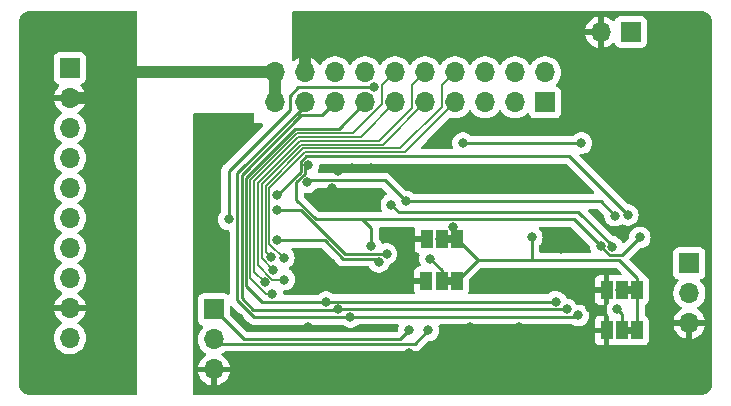
<source format=gbl>
G04 #@! TF.GenerationSoftware,KiCad,Pcbnew,7.0.0-da2b9df05c~163~ubuntu22.04.1*
G04 #@! TF.CreationDate,2023-02-25T14:43:30+01:00*
G04 #@! TF.ProjectId,metering_board,6d657465-7269-46e6-975f-626f6172642e,rev?*
G04 #@! TF.SameCoordinates,Original*
G04 #@! TF.FileFunction,Copper,L2,Bot*
G04 #@! TF.FilePolarity,Positive*
%FSLAX46Y46*%
G04 Gerber Fmt 4.6, Leading zero omitted, Abs format (unit mm)*
G04 Created by KiCad (PCBNEW 7.0.0-da2b9df05c~163~ubuntu22.04.1) date 2023-02-25 14:43:30*
%MOMM*%
%LPD*%
G01*
G04 APERTURE LIST*
G04 #@! TA.AperFunction,ComponentPad*
%ADD10R,1.700000X1.700000*%
G04 #@! TD*
G04 #@! TA.AperFunction,ComponentPad*
%ADD11O,1.700000X1.700000*%
G04 #@! TD*
G04 #@! TA.AperFunction,SMDPad,CuDef*
%ADD12R,1.000000X1.500000*%
G04 #@! TD*
G04 #@! TA.AperFunction,ViaPad*
%ADD13C,0.800000*%
G04 #@! TD*
G04 #@! TA.AperFunction,Conductor*
%ADD14C,0.250000*%
G04 #@! TD*
G04 #@! TA.AperFunction,Conductor*
%ADD15C,0.200000*%
G04 #@! TD*
G04 #@! TA.AperFunction,Conductor*
%ADD16C,1.000000*%
G04 #@! TD*
G04 APERTURE END LIST*
G04 #@! TO.C,PM0_1*
G36*
X172604000Y-107672000D02*
G01*
X172104000Y-107672000D01*
X172104000Y-107072000D01*
X172604000Y-107072000D01*
X172604000Y-107672000D01*
G37*
G04 #@! TO.C,PM1_2*
G36*
X157334000Y-106910000D02*
G01*
X156834000Y-106910000D01*
X156834000Y-106310000D01*
X157334000Y-106310000D01*
X157334000Y-106910000D01*
G37*
G04 #@! TO.C,PM1_1*
G36*
X172604000Y-111101000D02*
G01*
X172104000Y-111101000D01*
X172104000Y-110501000D01*
X172604000Y-110501000D01*
X172604000Y-111101000D01*
G37*
G04 #@! TO.C,PM0_2*
G36*
X157364000Y-103354000D02*
G01*
X156864000Y-103354000D01*
X156864000Y-102754000D01*
X157364000Y-102754000D01*
X157364000Y-103354000D01*
G37*
G04 #@! TD*
D10*
G04 #@! TO.P,J12,1,Pin_1*
G04 #@! TO.N,Board_0-+3.3VADC*
X172465999Y-85527999D03*
D11*
G04 #@! TO.P,J12,2,Pin_2*
G04 #@! TO.N,Board_0-GNDREF*
X169925999Y-85527999D03*
G04 #@! TD*
D10*
G04 #@! TO.P,J8,1,Pin_1*
G04 #@! TO.N,Board_0-+3V3*
X124967999Y-88574999D03*
D11*
G04 #@! TO.P,J8,2,Pin_2*
G04 #@! TO.N,Board_0-GND*
X124967999Y-91114999D03*
G04 #@! TO.P,J8,3,Pin_3*
G04 #@! TO.N,Board_0-Net-(J8-Pin_3)*
X124967999Y-93654999D03*
G04 #@! TO.P,J8,4,Pin_4*
G04 #@! TO.N,Board_0-Net-(J8-Pin_4)*
X124967999Y-96194999D03*
G04 #@! TO.P,J8,5,Pin_5*
G04 #@! TO.N,Board_0-Net-(J8-Pin_5)*
X124967999Y-98734999D03*
G04 #@! TO.P,J8,6,Pin_6*
G04 #@! TO.N,Board_0-Net-(J8-Pin_6)*
X124967999Y-101274999D03*
G04 #@! TO.P,J8,7,Pin_7*
G04 #@! TO.N,Board_0-Net-(J8-Pin_7)*
X124967999Y-103814999D03*
G04 #@! TO.P,J8,8,Pin_8*
G04 #@! TO.N,Board_0-Net-(J8-Pin_8)*
X124967999Y-106354999D03*
G04 #@! TO.P,J8,9,Pin_9*
G04 #@! TO.N,Board_0-GND*
X124967999Y-108894999D03*
G04 #@! TO.P,J8,10,Pin_10*
G04 #@! TO.N,Board_0-+3V3*
X124967999Y-111434999D03*
G04 #@! TD*
D10*
G04 #@! TO.P,J7,1,Pin_1*
G04 #@! TO.N,Board_0-/MeteringIC0/CF1*
X177418999Y-105100999D03*
D11*
G04 #@! TO.P,J7,2,Pin_2*
G04 #@! TO.N,Board_0-/MeteringIC0/CF2*
X177418999Y-107640999D03*
G04 #@! TO.P,J7,3,Pin_3*
G04 #@! TO.N,Board_0-GNDREF*
X177418999Y-110180999D03*
G04 #@! TD*
D10*
G04 #@! TO.P,J11,1,Pin_1*
G04 #@! TO.N,Board_0-/MeteringIC1/CF1*
X137159999Y-109022999D03*
D11*
G04 #@! TO.P,J11,2,Pin_2*
G04 #@! TO.N,Board_0-/MeteringIC1/CF2*
X137159999Y-111562999D03*
G04 #@! TO.P,J11,3,Pin_3*
G04 #@! TO.N,Board_0-GNDREF*
X137159999Y-114102999D03*
G04 #@! TD*
D12*
G04 #@! TO.P,PM0_1,1,A*
G04 #@! TO.N,Board_0-+3.3VADC*
X173003999Y-107371999D03*
G04 #@! TO.P,PM0_1,2,C*
G04 #@! TO.N,Board_0-/MeteringIC0/PM0*
X171703999Y-107371999D03*
G04 #@! TO.P,PM0_1,3,B*
G04 #@! TO.N,Board_0-GNDREF*
X170403999Y-107371999D03*
G04 #@! TD*
D10*
G04 #@! TO.P,J10,1,Pin_1*
G04 #@! TO.N,Board_0-/I1P_0*
X165195999Y-91490999D03*
D11*
G04 #@! TO.P,J10,2,Pin_2*
G04 #@! TO.N,Board_0-/I1N_0*
X165195999Y-88950999D03*
G04 #@! TO.P,J10,3,Pin_3*
G04 #@! TO.N,Board_0-/I2P_0*
X162655999Y-91490999D03*
G04 #@! TO.P,J10,4,Pin_4*
G04 #@! TO.N,Board_0-/I2N_0*
X162655999Y-88950999D03*
G04 #@! TO.P,J10,5,Pin_5*
G04 #@! TO.N,Board_0-/I3P_0*
X160115999Y-91490999D03*
G04 #@! TO.P,J10,6,Pin_6*
G04 #@! TO.N,Board_0-/I3N_0*
X160115999Y-88950999D03*
G04 #@! TO.P,J10,7,Pin_7*
G04 #@! TO.N,Board_0-/I1P_1*
X157575999Y-91490999D03*
G04 #@! TO.P,J10,8,Pin_8*
G04 #@! TO.N,Board_0-/I1N_1*
X157575999Y-88950999D03*
G04 #@! TO.P,J10,9,Pin_9*
G04 #@! TO.N,Board_0-/I2P_1*
X155035999Y-91490999D03*
G04 #@! TO.P,J10,10,Pin_10*
G04 #@! TO.N,Board_0-/I2N_1*
X155035999Y-88950999D03*
G04 #@! TO.P,J10,11,Pin_11*
G04 #@! TO.N,Board_0-/I3P_1*
X152495999Y-91490999D03*
G04 #@! TO.P,J10,12,Pin_12*
G04 #@! TO.N,Board_0-/I3N_1*
X152495999Y-88950999D03*
G04 #@! TO.P,J10,13,Pin_13*
G04 #@! TO.N,Board_0-/U1_S*
X149955999Y-91490999D03*
G04 #@! TO.P,J10,14,Pin_14*
G04 #@! TO.N,Board_0-+3.3VADC*
X149955999Y-88950999D03*
G04 #@! TO.P,J10,15,Pin_15*
G04 #@! TO.N,Board_0-/U2_S*
X147415999Y-91490999D03*
G04 #@! TO.P,J10,16,Pin_16*
G04 #@! TO.N,Board_0-+3V3*
X147415999Y-88950999D03*
G04 #@! TO.P,J10,17,Pin_17*
G04 #@! TO.N,Board_0-/U3_S*
X144875999Y-91490999D03*
G04 #@! TO.P,J10,18,Pin_18*
G04 #@! TO.N,Board_0-GNDREF*
X144875999Y-88950999D03*
G04 #@! TO.P,J10,19,Pin_19*
G04 #@! TO.N,Board_0-GND*
X142335999Y-91490999D03*
G04 #@! TO.P,J10,20,Pin_20*
X142335999Y-88950999D03*
G04 #@! TD*
D12*
G04 #@! TO.P,PM1_2,1,A*
G04 #@! TO.N,Board_0-+3.3VADC*
X157733999Y-106609999D03*
G04 #@! TO.P,PM1_2,2,C*
G04 #@! TO.N,Board_0-/MeteringIC1/PM1*
X156433999Y-106609999D03*
G04 #@! TO.P,PM1_2,3,B*
G04 #@! TO.N,Board_0-GNDREF*
X155133999Y-106609999D03*
G04 #@! TD*
G04 #@! TO.P,PM1_1,1,A*
G04 #@! TO.N,Board_0-+3.3VADC*
X173003999Y-110800999D03*
G04 #@! TO.P,PM1_1,2,C*
G04 #@! TO.N,Board_0-/MeteringIC0/PM1*
X171703999Y-110800999D03*
G04 #@! TO.P,PM1_1,3,B*
G04 #@! TO.N,Board_0-GNDREF*
X170403999Y-110800999D03*
G04 #@! TD*
G04 #@! TO.P,PM0_2,1,A*
G04 #@! TO.N,Board_0-+3.3VADC*
X157763999Y-103053999D03*
G04 #@! TO.P,PM0_2,2,C*
G04 #@! TO.N,Board_0-/MeteringIC1/PM0*
X156463999Y-103053999D03*
G04 #@! TO.P,PM0_2,3,B*
G04 #@! TO.N,Board_0-GNDREF*
X155163999Y-103053999D03*
G04 #@! TD*
D13*
G04 #@! TO.N,Board_0-+3.3VADC*
X164084000Y-102927000D03*
X157427631Y-102054500D03*
G04 #@! TO.N,Board_0-/I1N_1*
X141986000Y-104578000D03*
G04 #@! TO.N,Board_0-/I1P_1*
X143088144Y-104661856D03*
G04 #@! TO.N,Board_0-/I2N_1*
X143129000Y-106486500D03*
G04 #@! TO.N,Board_0-/I2P_1*
X142177997Y-105656003D03*
G04 #@! TO.N,Board_0-/I3N_1*
X142113000Y-107740000D03*
G04 #@! TO.N,Board_0-/I3P_1*
X141478000Y-106737000D03*
G04 #@! TO.N,Board_0-/MeteringConn/CS_0*
X172212000Y-101022000D03*
X142494000Y-99371000D03*
G04 #@! TO.N,Board_0-/MeteringConn/CS_1*
X142494000Y-100635000D03*
X151785136Y-104337364D03*
G04 #@! TO.N,Board_0-/MeteringConn/MISO*
X142494000Y-103181000D03*
X170852408Y-103702160D03*
X151130000Y-104992500D03*
X152181484Y-100138437D03*
G04 #@! TO.N,Board_0-/MeteringConn/MOSI*
X150495000Y-103689000D03*
X173228000Y-102927000D03*
X169926000Y-103689000D03*
X145161000Y-96825000D03*
G04 #@! TO.N,Board_0-/MeteringConn/RESET*
X138430000Y-101403000D03*
X158242000Y-94943000D03*
X150749000Y-90227000D03*
X168275000Y-94943000D03*
G04 #@! TO.N,Board_0-/MeteringConn/SCLK*
X145062760Y-98256760D03*
X153416000Y-99879000D03*
X171124457Y-101077457D03*
G04 #@! TO.N,Board_0-/MeteringIC0/PM0*
X171577500Y-107376820D03*
G04 #@! TO.N,Board_0-/MeteringIC0/PM1*
X171323000Y-109023000D03*
G04 #@! TO.N,Board_0-/MeteringIC1/CF1*
X153670000Y-110801000D03*
G04 #@! TO.N,Board_0-/MeteringIC1/CF2*
X155321000Y-110801000D03*
G04 #@! TO.N,Board_0-/MeteringIC1/PM0*
X156337500Y-103069900D03*
G04 #@! TO.N,Board_0-/MeteringIC1/PM1*
X155448000Y-104708500D03*
G04 #@! TO.N,Board_0-/U1_S*
X166116000Y-108354500D03*
X146685000Y-108388000D03*
G04 #@! TO.N,Board_0-/U2_S*
X147701000Y-109023000D03*
X167033000Y-109006500D03*
G04 #@! TO.N,Board_0-/U3_S*
X168021000Y-109531000D03*
X148717000Y-109658000D03*
G04 #@! TO.N,Board_0-GND*
X127635000Y-106356000D03*
X129667000Y-88957000D03*
X127635000Y-93656000D03*
X127762000Y-89592000D03*
G04 #@! TO.N,Board_0-GNDREF*
X172593000Y-94545000D03*
X159893000Y-114992000D03*
X160207000Y-93639000D03*
X138049000Y-104451000D03*
X166370000Y-107118000D03*
X137601000Y-102529500D03*
X153670000Y-112706000D03*
X176784000Y-97847000D03*
X153857000Y-85511000D03*
X147066000Y-107245000D03*
X160207000Y-97957000D03*
X171069000Y-88957000D03*
X163763000Y-85511000D03*
X177860000Y-114340000D03*
X146304000Y-85528000D03*
X145094000Y-110530000D03*
X137160000Y-93656000D03*
X147193000Y-98736000D03*
X150495000Y-97085000D03*
X165033000Y-93512000D03*
X144907000Y-114992000D03*
X166751000Y-98228000D03*
X168402000Y-114992000D03*
X174498000Y-104832000D03*
X149098000Y-114992000D03*
X156270000Y-94655000D03*
X177546000Y-96069000D03*
X169037000Y-108879000D03*
X152146000Y-105848000D03*
X140589000Y-114992000D03*
X147066000Y-105086000D03*
X156270000Y-85511000D03*
X153603000Y-103037000D03*
X149031000Y-85511000D03*
X161096000Y-85511000D03*
X175133000Y-110674000D03*
X158683000Y-85511000D03*
X157226000Y-97974000D03*
X166533000Y-103926000D03*
X153924000Y-97974000D03*
X153289000Y-114992000D03*
X163001000Y-110530000D03*
X163576000Y-97974000D03*
X148844000Y-97085000D03*
X172593000Y-114992000D03*
X139954000Y-93656000D03*
X172593000Y-97212000D03*
X166430000Y-85511000D03*
X155194000Y-103054000D03*
X164211000Y-114992000D03*
X160909000Y-106610000D03*
X147701000Y-97339000D03*
X151444000Y-85511000D03*
X149733000Y-107245000D03*
X158810000Y-110530000D03*
X139319000Y-109785000D03*
X173355000Y-112833000D03*
X169799000Y-96958000D03*
G04 #@! TD*
D14*
G04 #@! TO.N,Board_0-+3.3VADC*
X157734000Y-106610000D02*
X159495000Y-104849000D01*
X159559000Y-104849000D02*
X157764000Y-103054000D01*
X171481000Y-104849000D02*
X159559000Y-104849000D01*
X159495000Y-104849000D02*
X159559000Y-104849000D01*
X173004000Y-106372000D02*
X171481000Y-104849000D01*
X173004000Y-107372000D02*
X173004000Y-106372000D01*
X164084000Y-102927000D02*
X164084000Y-104849000D01*
X173004000Y-107372000D02*
X173004000Y-110801000D01*
D15*
G04 #@! TO.N,Board_0-/I1N_1*
X156499000Y-91843000D02*
X156499000Y-90028000D01*
X141540000Y-98563681D02*
X144713681Y-95390000D01*
X141986000Y-104578000D02*
X141540000Y-104132000D01*
X144713681Y-95390000D02*
X152952000Y-95390000D01*
X141540000Y-104132000D02*
X141540000Y-98563681D01*
X152952000Y-95390000D02*
X156499000Y-91843000D01*
X156499000Y-90028000D02*
X157576000Y-88951000D01*
G04 #@! TO.N,Board_0-/I1P_1*
X143088144Y-104661856D02*
X141867000Y-103440712D01*
X153350000Y-95717000D02*
X157576000Y-91491000D01*
X141867000Y-103440712D02*
X141867000Y-98699129D01*
X144849129Y-95717000D02*
X153350000Y-95717000D01*
X141867000Y-98699129D02*
X144849129Y-95717000D01*
G04 #@! TO.N,Board_0-/I2N_1*
X143129000Y-106486500D02*
X142121782Y-106486500D01*
X140886000Y-98292785D02*
X144442785Y-94736000D01*
X153959000Y-91937109D02*
X153959000Y-90028000D01*
X144442785Y-94736000D02*
X151160109Y-94736000D01*
X153959000Y-90028000D02*
X155036000Y-88951000D01*
X140886000Y-105250718D02*
X140886000Y-98292785D01*
X142121782Y-106486500D02*
X140886000Y-105250718D01*
X151160109Y-94736000D02*
X153959000Y-91937109D01*
G04 #@! TO.N,Board_0-/I2P_1*
X141213000Y-98428233D02*
X144578233Y-95063000D01*
X141213000Y-104691712D02*
X141213000Y-98428233D01*
X142177291Y-105656003D02*
X141213000Y-104691712D01*
X144578233Y-95063000D02*
X151464000Y-95063000D01*
X151464000Y-95063000D02*
X155036000Y-91491000D01*
X142177997Y-105656003D02*
X142177291Y-105656003D01*
G04 #@! TO.N,Board_0-/I3N_1*
X140232000Y-98021889D02*
X144171889Y-94082000D01*
X140232000Y-106377712D02*
X140232000Y-98021889D01*
X144171889Y-94082000D02*
X148961000Y-94082000D01*
X151419000Y-91624000D02*
X151419000Y-90028000D01*
X148961000Y-94082000D02*
X151419000Y-91624000D01*
X141594288Y-107740000D02*
X140232000Y-106377712D01*
X142113000Y-107740000D02*
X141594288Y-107740000D01*
X151419000Y-90028000D02*
X152496000Y-88951000D01*
G04 #@! TO.N,Board_0-/I3P_1*
X140559000Y-98157337D02*
X144307337Y-94409000D01*
X140559000Y-105818000D02*
X140559000Y-98157337D01*
X144307337Y-94409000D02*
X149578000Y-94409000D01*
X141478000Y-106737000D02*
X140559000Y-105818000D01*
X149578000Y-94409000D02*
X152496000Y-91491000D01*
D14*
G04 #@! TO.N,Board_0-/MeteringConn/CS_0*
X167259000Y-96069000D02*
X172212000Y-101022000D01*
X142494000Y-99371000D02*
X144509000Y-97356000D01*
X144994932Y-96069000D02*
X167259000Y-96069000D01*
X144509000Y-97356000D02*
X144509000Y-96554932D01*
X144509000Y-96554932D02*
X144994932Y-96069000D01*
G04 #@! TO.N,Board_0-/MeteringConn/CS_1*
X148226000Y-104341000D02*
X144520000Y-100635000D01*
X144520000Y-100635000D02*
X142494000Y-100635000D01*
X151785136Y-104337364D02*
X151781500Y-104341000D01*
X151781500Y-104341000D02*
X148226000Y-104341000D01*
G04 #@! TO.N,Board_0-/MeteringConn/MISO*
X151130000Y-104992500D02*
X150855500Y-104718000D01*
X170852408Y-103599408D02*
X170852408Y-103702160D01*
X146532842Y-103181000D02*
X142494000Y-103181000D01*
X152811047Y-100768000D02*
X168021000Y-100768000D01*
X150855500Y-104718000D02*
X148069842Y-104718000D01*
X152181484Y-100138437D02*
X152811047Y-100768000D01*
X148069842Y-104718000D02*
X146532842Y-103181000D01*
X168021000Y-100768000D02*
X170852408Y-103599408D01*
G04 #@! TO.N,Board_0-/MeteringConn/MOSI*
X173228000Y-102927000D02*
X171704000Y-104451000D01*
X144145000Y-99726842D02*
X145821158Y-101403000D01*
X150495000Y-102159000D02*
X149739000Y-101403000D01*
X150495000Y-103689000D02*
X150495000Y-102159000D01*
X144886000Y-97512158D02*
X144145000Y-98253158D01*
X145161000Y-96825000D02*
X144886000Y-97100000D01*
X149739000Y-101403000D02*
X167640000Y-101403000D01*
X171704000Y-104451000D02*
X170679180Y-104451000D01*
X169926000Y-103697820D02*
X169926000Y-103689000D01*
X145821158Y-101403000D02*
X149739000Y-101403000D01*
X170679180Y-104451000D02*
X169926000Y-103697820D01*
X144886000Y-97100000D02*
X144886000Y-97512158D01*
X144145000Y-98253158D02*
X144145000Y-99726842D01*
X167640000Y-101403000D02*
X169926000Y-103689000D01*
G04 #@! TO.N,Board_0-/MeteringConn/RESET*
X138430000Y-97255000D02*
X138430000Y-101403000D01*
X150749000Y-90227000D02*
X144315000Y-90227000D01*
X143570000Y-90972000D02*
X143570000Y-92115000D01*
X158242000Y-94943000D02*
X168275000Y-94943000D01*
X144315000Y-90227000D02*
X143570000Y-90972000D01*
X143570000Y-92115000D02*
X138430000Y-97255000D01*
G04 #@! TO.N,Board_0-/MeteringConn/SCLK*
X145235520Y-98084000D02*
X151621000Y-98084000D01*
X153416000Y-99879000D02*
X169926000Y-99879000D01*
X145062760Y-98256760D02*
X145235520Y-98084000D01*
X151621000Y-98084000D02*
X153416000Y-99879000D01*
X169926000Y-99879000D02*
X171124457Y-101077457D01*
G04 #@! TO.N,Board_0-/MeteringIC0/PM1*
X171704000Y-109404000D02*
X171704000Y-110801000D01*
X171323000Y-109023000D02*
X171704000Y-109404000D01*
G04 #@! TO.N,Board_0-/MeteringIC1/CF1*
X139700000Y-111563000D02*
X137160000Y-109023000D01*
X153670000Y-110801000D02*
X152908000Y-111563000D01*
X152908000Y-111563000D02*
X139700000Y-111563000D01*
G04 #@! TO.N,Board_0-/MeteringIC1/CF2*
X137541000Y-111944000D02*
X137160000Y-111563000D01*
X155321000Y-110801000D02*
X154178000Y-111944000D01*
X154178000Y-111944000D02*
X137541000Y-111944000D01*
G04 #@! TO.N,Board_0-/MeteringIC1/PM1*
X156434000Y-105694500D02*
X156434000Y-106610000D01*
X155448000Y-104708500D02*
X156434000Y-105694500D01*
G04 #@! TO.N,Board_0-/U1_S*
X142383068Y-108392000D02*
X141228000Y-108392000D01*
X146685000Y-108388000D02*
X142387068Y-108388000D01*
X146702000Y-108371000D02*
X146685000Y-108388000D01*
X141228000Y-108392000D02*
X139880000Y-107044000D01*
X139880000Y-97876085D02*
X144026085Y-93730000D01*
X147717000Y-93730000D02*
X149956000Y-91491000D01*
X139880000Y-107044000D02*
X139880000Y-97876085D01*
X142387068Y-108388000D02*
X142383068Y-108392000D01*
X144026085Y-93730000D02*
X147717000Y-93730000D01*
X166099500Y-108371000D02*
X146702000Y-108371000D01*
X166116000Y-108354500D02*
X166099500Y-108371000D01*
G04 #@! TO.N,Board_0-/U2_S*
X167033000Y-109006500D02*
X167032500Y-109006000D01*
X139503000Y-108064000D02*
X140479000Y-109040000D01*
X144573000Y-92593000D02*
X139503000Y-97663000D01*
X147684000Y-109040000D02*
X147701000Y-109023000D01*
X140479000Y-109040000D02*
X147684000Y-109040000D01*
X147718000Y-109006000D02*
X147701000Y-109023000D01*
X167032500Y-109006000D02*
X147718000Y-109006000D01*
X146314000Y-92593000D02*
X144573000Y-92593000D01*
X147416000Y-91491000D02*
X146314000Y-92593000D01*
X139503000Y-97663000D02*
X139503000Y-108064000D01*
G04 #@! TO.N,Board_0-/U3_S*
X139126000Y-97506842D02*
X139126000Y-108220158D01*
X144876000Y-91756842D02*
X139126000Y-97506842D01*
X148717000Y-109658000D02*
X167894000Y-109658000D01*
X167894000Y-109658000D02*
X168021000Y-109531000D01*
X139126000Y-108220158D02*
X140580842Y-109675000D01*
X148700000Y-109675000D02*
X148717000Y-109658000D01*
X144876000Y-91491000D02*
X144876000Y-91756842D01*
X140580842Y-109675000D02*
X148700000Y-109675000D01*
D16*
G04 #@! TO.N,Board_0-GND*
X129667000Y-88957000D02*
X129661000Y-88951000D01*
X126366000Y-91115000D02*
X124968000Y-91115000D01*
X142336000Y-88951000D02*
X129673000Y-88951000D01*
X129673000Y-88951000D02*
X129667000Y-88957000D01*
X142336000Y-88951000D02*
X142336000Y-91491000D01*
X127889000Y-89592000D02*
X127762000Y-89592000D01*
X127762000Y-89592000D02*
X127762000Y-89719000D01*
X129661000Y-88951000D02*
X128530000Y-88951000D01*
X127762000Y-89719000D02*
X126366000Y-91115000D01*
X128530000Y-88951000D02*
X127889000Y-89592000D01*
D14*
G04 #@! TO.N,Board_0-GNDREF*
X155164000Y-103054000D02*
X155194000Y-103054000D01*
D16*
X144876000Y-86956000D02*
X146304000Y-85528000D01*
D14*
X155134000Y-106610000D02*
X152908000Y-106610000D01*
D16*
X144876000Y-88951000D02*
X144876000Y-86956000D01*
D14*
X152908000Y-106610000D02*
X152146000Y-105848000D01*
G04 #@! TD*
G04 #@! TA.AperFunction,Conductor*
G04 #@! TO.N,Board_0-GND*
G36*
X130621000Y-83767113D02*
G01*
X130666387Y-83812500D01*
X130683000Y-83874500D01*
X130683000Y-116125500D01*
X130666387Y-116187500D01*
X130621000Y-116232887D01*
X130559000Y-116249500D01*
X121598341Y-116249500D01*
X121587638Y-116249037D01*
X121584272Y-116248745D01*
X121547396Y-116245550D01*
X121546078Y-116245429D01*
X121433493Y-116234461D01*
X121413735Y-116230903D01*
X121352065Y-116214551D01*
X121348199Y-116213459D01*
X121265433Y-116188617D01*
X121249166Y-116182461D01*
X121186889Y-116153751D01*
X121180888Y-116150785D01*
X121108627Y-116112616D01*
X121096040Y-116104979D01*
X121038277Y-116065056D01*
X121030775Y-116059441D01*
X120968367Y-116008938D01*
X120959382Y-116000914D01*
X120909030Y-115951348D01*
X120900866Y-115942490D01*
X120849384Y-115880878D01*
X120843672Y-115873493D01*
X120802831Y-115816344D01*
X120795004Y-115803889D01*
X120755662Y-115732163D01*
X120752660Y-115726320D01*
X120722948Y-115664449D01*
X120716547Y-115648308D01*
X120690391Y-115565892D01*
X120689268Y-115562141D01*
X120671918Y-115500630D01*
X120668060Y-115480985D01*
X120655421Y-115369551D01*
X120655338Y-115368778D01*
X120651146Y-115327877D01*
X120650500Y-115315238D01*
X120650500Y-111435000D01*
X123604844Y-111435000D01*
X123605268Y-111440117D01*
X123623011Y-111654248D01*
X123623012Y-111654256D01*
X123623436Y-111659368D01*
X123624693Y-111664335D01*
X123624695Y-111664342D01*
X123677445Y-111872645D01*
X123678704Y-111877616D01*
X123680764Y-111882312D01*
X123767080Y-112079096D01*
X123767083Y-112079101D01*
X123769140Y-112083791D01*
X123828505Y-112174656D01*
X123889474Y-112267977D01*
X123889477Y-112267981D01*
X123892278Y-112272268D01*
X123895752Y-112276041D01*
X123895753Y-112276043D01*
X124041288Y-112434135D01*
X124041291Y-112434138D01*
X124044760Y-112437906D01*
X124048801Y-112441051D01*
X124218376Y-112573039D01*
X124218381Y-112573042D01*
X124222424Y-112576189D01*
X124226931Y-112578628D01*
X124226934Y-112578630D01*
X124415919Y-112680903D01*
X124420426Y-112683342D01*
X124633365Y-112756444D01*
X124855431Y-112793500D01*
X125075436Y-112793500D01*
X125080569Y-112793500D01*
X125302635Y-112756444D01*
X125515574Y-112683342D01*
X125713576Y-112576189D01*
X125891240Y-112437906D01*
X126043722Y-112272268D01*
X126166860Y-112083791D01*
X126257296Y-111877616D01*
X126312564Y-111659368D01*
X126331156Y-111435000D01*
X126312564Y-111210632D01*
X126257296Y-110992384D01*
X126166860Y-110786209D01*
X126043722Y-110597732D01*
X125891240Y-110432094D01*
X125878597Y-110422253D01*
X125717623Y-110296960D01*
X125717615Y-110296955D01*
X125713576Y-110293811D01*
X125709071Y-110291373D01*
X125709065Y-110291369D01*
X125670305Y-110270394D01*
X125624665Y-110227844D01*
X125605526Y-110168454D01*
X125617734Y-110107263D01*
X125658198Y-110059764D01*
X125834643Y-109936215D01*
X125842909Y-109929278D01*
X126002278Y-109769909D01*
X126009215Y-109761643D01*
X126138498Y-109577008D01*
X126143886Y-109567676D01*
X126239143Y-109363397D01*
X126242831Y-109353263D01*
X126294943Y-109158780D01*
X126295311Y-109147551D01*
X126284369Y-109145000D01*
X123651631Y-109145000D01*
X123640688Y-109147551D01*
X123641056Y-109158780D01*
X123693168Y-109353263D01*
X123696856Y-109363397D01*
X123792113Y-109567676D01*
X123797501Y-109577008D01*
X123926784Y-109761643D01*
X123933721Y-109769909D01*
X124093090Y-109929278D01*
X124101356Y-109936215D01*
X124277801Y-110059764D01*
X124318264Y-110107263D01*
X124330473Y-110168454D01*
X124311334Y-110227844D01*
X124265695Y-110270393D01*
X124226939Y-110291366D01*
X124226924Y-110291375D01*
X124222424Y-110293811D01*
X124218389Y-110296951D01*
X124218376Y-110296960D01*
X124048801Y-110428948D01*
X124048795Y-110428952D01*
X124044760Y-110432094D01*
X124041297Y-110435855D01*
X124041288Y-110435864D01*
X123895753Y-110593956D01*
X123895747Y-110593963D01*
X123892278Y-110597732D01*
X123889481Y-110602012D01*
X123889474Y-110602022D01*
X123771942Y-110781920D01*
X123769140Y-110786209D01*
X123767085Y-110790892D01*
X123767080Y-110790903D01*
X123680764Y-110987687D01*
X123678704Y-110992384D01*
X123677446Y-110997349D01*
X123677445Y-110997354D01*
X123624695Y-111205657D01*
X123624693Y-111205666D01*
X123623436Y-111210632D01*
X123623012Y-111215741D01*
X123623011Y-111215751D01*
X123605268Y-111429883D01*
X123604844Y-111435000D01*
X120650500Y-111435000D01*
X120650500Y-106355000D01*
X123604844Y-106355000D01*
X123605268Y-106360117D01*
X123623011Y-106574248D01*
X123623012Y-106574256D01*
X123623436Y-106579368D01*
X123624693Y-106584335D01*
X123624695Y-106584342D01*
X123677445Y-106792645D01*
X123678704Y-106797616D01*
X123680764Y-106802312D01*
X123767080Y-106999096D01*
X123767083Y-106999101D01*
X123769140Y-107003791D01*
X123828505Y-107094656D01*
X123889474Y-107187977D01*
X123889477Y-107187981D01*
X123892278Y-107192268D01*
X123895752Y-107196041D01*
X123895753Y-107196043D01*
X124041288Y-107354135D01*
X124041291Y-107354138D01*
X124044760Y-107357906D01*
X124048801Y-107361051D01*
X124218376Y-107493039D01*
X124218381Y-107493042D01*
X124222424Y-107496189D01*
X124265691Y-107519604D01*
X124265695Y-107519606D01*
X124311335Y-107562155D01*
X124330475Y-107621545D01*
X124318267Y-107682737D01*
X124277803Y-107730236D01*
X124101352Y-107853788D01*
X124093092Y-107860719D01*
X123933719Y-108020092D01*
X123926784Y-108028357D01*
X123797508Y-108212982D01*
X123792110Y-108222332D01*
X123696856Y-108426602D01*
X123693168Y-108436736D01*
X123641056Y-108631219D01*
X123640688Y-108642448D01*
X123651631Y-108645000D01*
X126284369Y-108645000D01*
X126295311Y-108642448D01*
X126294943Y-108631219D01*
X126242831Y-108436736D01*
X126239143Y-108426602D01*
X126143889Y-108222332D01*
X126138491Y-108212982D01*
X126009215Y-108028357D01*
X126002280Y-108020092D01*
X125842909Y-107860721D01*
X125834635Y-107853778D01*
X125658198Y-107730234D01*
X125617734Y-107682735D01*
X125605526Y-107621543D01*
X125624666Y-107562153D01*
X125670304Y-107519606D01*
X125713576Y-107496189D01*
X125891240Y-107357906D01*
X126043722Y-107192268D01*
X126166860Y-107003791D01*
X126257296Y-106797616D01*
X126312564Y-106579368D01*
X126331156Y-106355000D01*
X126312564Y-106130632D01*
X126257296Y-105912384D01*
X126166860Y-105706209D01*
X126043722Y-105517732D01*
X125891240Y-105352094D01*
X125878597Y-105342253D01*
X125717623Y-105216960D01*
X125717615Y-105216955D01*
X125713576Y-105213811D01*
X125709066Y-105211370D01*
X125709061Y-105211367D01*
X125677070Y-105194055D01*
X125629564Y-105148474D01*
X125612086Y-105085000D01*
X125629564Y-105021526D01*
X125677070Y-104975945D01*
X125677109Y-104975923D01*
X125713576Y-104956189D01*
X125891240Y-104817906D01*
X126043722Y-104652268D01*
X126166860Y-104463791D01*
X126257296Y-104257616D01*
X126312564Y-104039368D01*
X126331156Y-103815000D01*
X126312564Y-103590632D01*
X126257296Y-103372384D01*
X126166860Y-103166209D01*
X126043722Y-102977732D01*
X125891240Y-102812094D01*
X125878597Y-102802253D01*
X125717623Y-102676960D01*
X125717615Y-102676955D01*
X125713576Y-102673811D01*
X125709064Y-102671369D01*
X125709061Y-102671367D01*
X125677070Y-102654055D01*
X125629564Y-102608474D01*
X125612086Y-102545000D01*
X125629564Y-102481526D01*
X125677070Y-102435945D01*
X125677109Y-102435923D01*
X125713576Y-102416189D01*
X125891240Y-102277906D01*
X126043722Y-102112268D01*
X126166860Y-101923791D01*
X126257296Y-101717616D01*
X126312564Y-101499368D01*
X126331156Y-101275000D01*
X126312564Y-101050632D01*
X126257296Y-100832384D01*
X126166860Y-100626209D01*
X126043722Y-100437732D01*
X125891240Y-100272094D01*
X125878597Y-100262253D01*
X125717623Y-100136960D01*
X125717615Y-100136955D01*
X125713576Y-100133811D01*
X125709064Y-100131369D01*
X125709061Y-100131367D01*
X125677070Y-100114055D01*
X125629564Y-100068474D01*
X125612086Y-100005000D01*
X125629564Y-99941526D01*
X125677070Y-99895945D01*
X125677109Y-99895923D01*
X125713576Y-99876189D01*
X125891240Y-99737906D01*
X126043722Y-99572268D01*
X126166860Y-99383791D01*
X126257296Y-99177616D01*
X126312564Y-98959368D01*
X126331156Y-98735000D01*
X126312564Y-98510632D01*
X126257296Y-98292384D01*
X126166860Y-98086209D01*
X126043722Y-97897732D01*
X125891240Y-97732094D01*
X125878597Y-97722253D01*
X125717623Y-97596960D01*
X125717615Y-97596955D01*
X125713576Y-97593811D01*
X125709064Y-97591369D01*
X125709061Y-97591367D01*
X125677070Y-97574055D01*
X125629564Y-97528474D01*
X125612086Y-97465000D01*
X125629564Y-97401526D01*
X125677070Y-97355945D01*
X125677109Y-97355923D01*
X125713576Y-97336189D01*
X125891240Y-97197906D01*
X126043722Y-97032268D01*
X126166860Y-96843791D01*
X126257296Y-96637616D01*
X126312564Y-96419368D01*
X126331156Y-96195000D01*
X126312564Y-95970632D01*
X126257296Y-95752384D01*
X126166860Y-95546209D01*
X126043722Y-95357732D01*
X125891240Y-95192094D01*
X125878597Y-95182253D01*
X125717623Y-95056960D01*
X125717615Y-95056955D01*
X125713576Y-95053811D01*
X125709064Y-95051369D01*
X125709061Y-95051367D01*
X125677070Y-95034055D01*
X125629564Y-94988474D01*
X125612086Y-94925000D01*
X125629564Y-94861526D01*
X125677070Y-94815945D01*
X125677109Y-94815923D01*
X125713576Y-94796189D01*
X125891240Y-94657906D01*
X126043722Y-94492268D01*
X126166860Y-94303791D01*
X126257296Y-94097616D01*
X126312564Y-93879368D01*
X126331156Y-93655000D01*
X126312564Y-93430632D01*
X126257296Y-93212384D01*
X126166860Y-93006209D01*
X126043722Y-92817732D01*
X125891240Y-92652094D01*
X125878597Y-92642253D01*
X125717623Y-92516960D01*
X125717615Y-92516955D01*
X125713576Y-92513811D01*
X125709071Y-92511373D01*
X125709065Y-92511369D01*
X125670305Y-92490394D01*
X125624665Y-92447844D01*
X125605526Y-92388454D01*
X125617734Y-92327263D01*
X125658198Y-92279764D01*
X125834643Y-92156215D01*
X125842909Y-92149278D01*
X126002278Y-91989909D01*
X126009215Y-91981643D01*
X126138498Y-91797008D01*
X126143886Y-91787676D01*
X126239143Y-91583397D01*
X126242831Y-91573263D01*
X126294943Y-91378780D01*
X126295311Y-91367551D01*
X126284369Y-91365000D01*
X123651631Y-91365000D01*
X123640688Y-91367551D01*
X123641056Y-91378780D01*
X123693168Y-91573263D01*
X123696856Y-91583397D01*
X123792113Y-91787676D01*
X123797501Y-91797008D01*
X123926784Y-91981643D01*
X123933721Y-91989909D01*
X124093090Y-92149278D01*
X124101356Y-92156215D01*
X124277801Y-92279764D01*
X124318264Y-92327263D01*
X124330473Y-92388454D01*
X124311334Y-92447844D01*
X124265695Y-92490393D01*
X124226939Y-92511366D01*
X124226924Y-92511375D01*
X124222424Y-92513811D01*
X124218389Y-92516951D01*
X124218376Y-92516960D01*
X124048801Y-92648948D01*
X124048795Y-92648952D01*
X124044760Y-92652094D01*
X124041297Y-92655855D01*
X124041288Y-92655864D01*
X123895753Y-92813956D01*
X123895747Y-92813963D01*
X123892278Y-92817732D01*
X123889481Y-92822012D01*
X123889474Y-92822022D01*
X123771942Y-93001920D01*
X123769140Y-93006209D01*
X123767085Y-93010892D01*
X123767080Y-93010903D01*
X123680764Y-93207687D01*
X123678704Y-93212384D01*
X123677446Y-93217349D01*
X123677445Y-93217354D01*
X123624695Y-93425657D01*
X123624693Y-93425666D01*
X123623436Y-93430632D01*
X123623012Y-93435741D01*
X123623011Y-93435751D01*
X123605268Y-93649883D01*
X123604844Y-93655000D01*
X123605268Y-93660117D01*
X123623011Y-93874248D01*
X123623012Y-93874256D01*
X123623436Y-93879368D01*
X123624693Y-93884335D01*
X123624695Y-93884342D01*
X123677445Y-94092645D01*
X123678704Y-94097616D01*
X123680764Y-94102312D01*
X123767080Y-94299096D01*
X123767083Y-94299101D01*
X123769140Y-94303791D01*
X123828505Y-94394656D01*
X123889474Y-94487977D01*
X123889477Y-94487981D01*
X123892278Y-94492268D01*
X123895752Y-94496041D01*
X123895753Y-94496043D01*
X124041288Y-94654135D01*
X124041291Y-94654138D01*
X124044760Y-94657906D01*
X124048801Y-94661051D01*
X124218376Y-94793039D01*
X124218381Y-94793042D01*
X124222424Y-94796189D01*
X124226931Y-94798628D01*
X124226934Y-94798630D01*
X124258930Y-94815945D01*
X124306436Y-94861526D01*
X124323913Y-94925000D01*
X124306436Y-94988474D01*
X124258930Y-95034055D01*
X124226934Y-95051369D01*
X124226922Y-95051376D01*
X124222424Y-95053811D01*
X124218389Y-95056951D01*
X124218376Y-95056960D01*
X124048801Y-95188948D01*
X124048795Y-95188952D01*
X124044760Y-95192094D01*
X124041297Y-95195855D01*
X124041288Y-95195864D01*
X123895753Y-95353956D01*
X123895747Y-95353963D01*
X123892278Y-95357732D01*
X123889481Y-95362012D01*
X123889474Y-95362022D01*
X123771942Y-95541920D01*
X123769140Y-95546209D01*
X123767085Y-95550892D01*
X123767080Y-95550903D01*
X123680764Y-95747687D01*
X123678704Y-95752384D01*
X123677446Y-95757349D01*
X123677445Y-95757354D01*
X123624695Y-95965657D01*
X123624693Y-95965666D01*
X123623436Y-95970632D01*
X123623012Y-95975741D01*
X123623011Y-95975751D01*
X123605268Y-96189883D01*
X123604844Y-96195000D01*
X123605268Y-96200117D01*
X123623011Y-96414248D01*
X123623012Y-96414256D01*
X123623436Y-96419368D01*
X123624693Y-96424335D01*
X123624695Y-96424342D01*
X123677445Y-96632645D01*
X123678704Y-96637616D01*
X123680764Y-96642312D01*
X123767080Y-96839096D01*
X123767083Y-96839101D01*
X123769140Y-96843791D01*
X123828505Y-96934656D01*
X123889474Y-97027977D01*
X123889477Y-97027981D01*
X123892278Y-97032268D01*
X123895752Y-97036041D01*
X123895753Y-97036043D01*
X124041288Y-97194135D01*
X124041291Y-97194138D01*
X124044760Y-97197906D01*
X124048801Y-97201051D01*
X124218376Y-97333039D01*
X124218381Y-97333042D01*
X124222424Y-97336189D01*
X124226931Y-97338628D01*
X124226934Y-97338630D01*
X124258930Y-97355945D01*
X124306436Y-97401526D01*
X124323913Y-97465000D01*
X124306436Y-97528474D01*
X124258930Y-97574055D01*
X124226934Y-97591369D01*
X124226922Y-97591376D01*
X124222424Y-97593811D01*
X124218389Y-97596951D01*
X124218376Y-97596960D01*
X124048801Y-97728948D01*
X124048795Y-97728952D01*
X124044760Y-97732094D01*
X124041297Y-97735855D01*
X124041288Y-97735864D01*
X123895753Y-97893956D01*
X123895747Y-97893963D01*
X123892278Y-97897732D01*
X123889481Y-97902012D01*
X123889474Y-97902022D01*
X123771942Y-98081920D01*
X123769140Y-98086209D01*
X123767085Y-98090892D01*
X123767080Y-98090903D01*
X123680764Y-98287687D01*
X123678704Y-98292384D01*
X123677446Y-98297349D01*
X123677445Y-98297354D01*
X123624695Y-98505657D01*
X123624693Y-98505666D01*
X123623436Y-98510632D01*
X123623012Y-98515741D01*
X123623011Y-98515751D01*
X123605268Y-98729883D01*
X123604844Y-98735000D01*
X123605268Y-98740117D01*
X123623011Y-98954248D01*
X123623012Y-98954256D01*
X123623436Y-98959368D01*
X123624693Y-98964335D01*
X123624695Y-98964342D01*
X123677445Y-99172645D01*
X123678704Y-99177616D01*
X123680764Y-99182312D01*
X123767080Y-99379096D01*
X123767083Y-99379101D01*
X123769140Y-99383791D01*
X123828505Y-99474656D01*
X123889474Y-99567977D01*
X123889477Y-99567981D01*
X123892278Y-99572268D01*
X123895752Y-99576041D01*
X123895753Y-99576043D01*
X124041288Y-99734135D01*
X124041291Y-99734138D01*
X124044760Y-99737906D01*
X124048801Y-99741051D01*
X124218376Y-99873039D01*
X124218381Y-99873042D01*
X124222424Y-99876189D01*
X124226931Y-99878628D01*
X124226934Y-99878630D01*
X124258930Y-99895945D01*
X124306436Y-99941526D01*
X124323913Y-100005000D01*
X124306436Y-100068474D01*
X124258930Y-100114055D01*
X124226934Y-100131369D01*
X124226922Y-100131376D01*
X124222424Y-100133811D01*
X124218389Y-100136951D01*
X124218376Y-100136960D01*
X124048801Y-100268948D01*
X124048795Y-100268952D01*
X124044760Y-100272094D01*
X124041297Y-100275855D01*
X124041288Y-100275864D01*
X123895753Y-100433956D01*
X123895747Y-100433963D01*
X123892278Y-100437732D01*
X123889481Y-100442012D01*
X123889474Y-100442022D01*
X123771942Y-100621920D01*
X123769140Y-100626209D01*
X123767085Y-100630892D01*
X123767080Y-100630903D01*
X123680764Y-100827687D01*
X123678704Y-100832384D01*
X123677446Y-100837349D01*
X123677445Y-100837354D01*
X123624695Y-101045657D01*
X123624693Y-101045666D01*
X123623436Y-101050632D01*
X123623012Y-101055741D01*
X123623011Y-101055751D01*
X123605268Y-101269883D01*
X123604844Y-101275000D01*
X123605268Y-101280117D01*
X123623011Y-101494248D01*
X123623012Y-101494256D01*
X123623436Y-101499368D01*
X123624693Y-101504335D01*
X123624695Y-101504342D01*
X123677445Y-101712645D01*
X123678704Y-101717616D01*
X123680764Y-101722312D01*
X123767080Y-101919096D01*
X123767083Y-101919101D01*
X123769140Y-101923791D01*
X123828505Y-102014656D01*
X123889474Y-102107977D01*
X123889477Y-102107981D01*
X123892278Y-102112268D01*
X123895752Y-102116041D01*
X123895753Y-102116043D01*
X124041288Y-102274135D01*
X124041291Y-102274138D01*
X124044760Y-102277906D01*
X124048801Y-102281051D01*
X124218376Y-102413039D01*
X124218381Y-102413042D01*
X124222424Y-102416189D01*
X124226931Y-102418628D01*
X124226934Y-102418630D01*
X124258930Y-102435945D01*
X124306436Y-102481526D01*
X124323913Y-102545000D01*
X124306436Y-102608474D01*
X124258930Y-102654055D01*
X124226934Y-102671369D01*
X124226922Y-102671376D01*
X124222424Y-102673811D01*
X124218389Y-102676951D01*
X124218376Y-102676960D01*
X124048801Y-102808948D01*
X124048795Y-102808952D01*
X124044760Y-102812094D01*
X124041297Y-102815855D01*
X124041288Y-102815864D01*
X123895753Y-102973956D01*
X123895747Y-102973963D01*
X123892278Y-102977732D01*
X123889481Y-102982012D01*
X123889474Y-102982022D01*
X123771942Y-103161920D01*
X123769140Y-103166209D01*
X123767085Y-103170892D01*
X123767080Y-103170903D01*
X123680764Y-103367687D01*
X123678704Y-103372384D01*
X123677446Y-103377349D01*
X123677445Y-103377354D01*
X123624695Y-103585657D01*
X123624693Y-103585666D01*
X123623436Y-103590632D01*
X123623012Y-103595741D01*
X123623011Y-103595751D01*
X123605268Y-103809883D01*
X123604844Y-103815000D01*
X123605268Y-103820117D01*
X123623011Y-104034248D01*
X123623012Y-104034256D01*
X123623436Y-104039368D01*
X123624693Y-104044335D01*
X123624695Y-104044342D01*
X123677445Y-104252645D01*
X123678704Y-104257616D01*
X123680764Y-104262312D01*
X123767080Y-104459096D01*
X123767083Y-104459101D01*
X123769140Y-104463791D01*
X123828505Y-104554656D01*
X123889474Y-104647977D01*
X123889477Y-104647981D01*
X123892278Y-104652268D01*
X123895752Y-104656041D01*
X123895753Y-104656043D01*
X124041288Y-104814135D01*
X124041291Y-104814138D01*
X124044760Y-104817906D01*
X124048801Y-104821051D01*
X124218376Y-104953039D01*
X124218381Y-104953042D01*
X124222424Y-104956189D01*
X124258930Y-104975945D01*
X124306434Y-105021523D01*
X124323913Y-105084996D01*
X124306437Y-105148471D01*
X124258933Y-105194053D01*
X124226930Y-105211372D01*
X124226925Y-105211374D01*
X124222424Y-105213811D01*
X124218389Y-105216951D01*
X124218376Y-105216960D01*
X124048801Y-105348948D01*
X124048795Y-105348952D01*
X124044760Y-105352094D01*
X124041297Y-105355855D01*
X124041288Y-105355864D01*
X123895753Y-105513956D01*
X123895747Y-105513963D01*
X123892278Y-105517732D01*
X123889481Y-105522012D01*
X123889474Y-105522022D01*
X123771942Y-105701920D01*
X123769140Y-105706209D01*
X123767085Y-105710892D01*
X123767080Y-105710903D01*
X123680764Y-105907687D01*
X123678704Y-105912384D01*
X123677446Y-105917349D01*
X123677445Y-105917354D01*
X123624695Y-106125657D01*
X123624693Y-106125666D01*
X123623436Y-106130632D01*
X123623012Y-106135741D01*
X123623011Y-106135751D01*
X123605268Y-106349883D01*
X123604844Y-106355000D01*
X120650500Y-106355000D01*
X120650500Y-89473638D01*
X123609500Y-89473638D01*
X123616011Y-89534201D01*
X123618717Y-89541458D01*
X123618719Y-89541463D01*
X123664011Y-89662894D01*
X123667111Y-89671204D01*
X123754739Y-89788261D01*
X123871796Y-89875889D01*
X124001380Y-89924221D01*
X124051759Y-89959200D01*
X124079212Y-90014045D01*
X124077023Y-90075337D01*
X124045728Y-90128084D01*
X123933714Y-90240098D01*
X123926784Y-90248357D01*
X123797508Y-90432982D01*
X123792110Y-90442332D01*
X123696856Y-90646602D01*
X123693168Y-90656736D01*
X123641056Y-90851219D01*
X123640688Y-90862448D01*
X123651631Y-90865000D01*
X126284369Y-90865000D01*
X126295311Y-90862448D01*
X126294943Y-90851219D01*
X126242831Y-90656736D01*
X126239143Y-90646602D01*
X126143889Y-90442332D01*
X126138491Y-90432982D01*
X126009215Y-90248357D01*
X126002280Y-90240092D01*
X125890272Y-90128084D01*
X125858976Y-90075338D01*
X125856787Y-90014045D01*
X125884240Y-89959200D01*
X125934617Y-89924222D01*
X126064204Y-89875889D01*
X126181261Y-89788261D01*
X126268889Y-89671204D01*
X126319989Y-89534201D01*
X126326500Y-89473638D01*
X126326500Y-87676362D01*
X126319989Y-87615799D01*
X126268889Y-87478796D01*
X126181261Y-87361739D01*
X126064204Y-87274111D01*
X126055896Y-87271012D01*
X126055894Y-87271011D01*
X125934463Y-87225719D01*
X125934458Y-87225717D01*
X125927201Y-87223011D01*
X125919497Y-87222182D01*
X125919494Y-87222182D01*
X125869924Y-87216853D01*
X125869918Y-87216852D01*
X125866638Y-87216500D01*
X124069362Y-87216500D01*
X124066082Y-87216852D01*
X124066075Y-87216853D01*
X124016505Y-87222182D01*
X124016500Y-87222182D01*
X124008799Y-87223011D01*
X124001543Y-87225717D01*
X124001536Y-87225719D01*
X123880105Y-87271011D01*
X123880099Y-87271013D01*
X123871796Y-87274111D01*
X123864698Y-87279423D01*
X123864695Y-87279426D01*
X123761835Y-87356426D01*
X123761831Y-87356429D01*
X123754739Y-87361739D01*
X123749429Y-87368831D01*
X123749426Y-87368835D01*
X123672426Y-87471695D01*
X123672423Y-87471698D01*
X123667111Y-87478796D01*
X123664013Y-87487099D01*
X123664011Y-87487105D01*
X123618719Y-87608536D01*
X123618717Y-87608543D01*
X123616011Y-87615799D01*
X123615182Y-87623500D01*
X123615182Y-87623505D01*
X123609853Y-87673075D01*
X123609500Y-87676362D01*
X123609500Y-89473638D01*
X120650500Y-89473638D01*
X120650500Y-84698336D01*
X120650961Y-84687658D01*
X120654489Y-84646928D01*
X120654540Y-84646373D01*
X120665540Y-84533475D01*
X120669091Y-84513756D01*
X120685480Y-84451947D01*
X120686510Y-84448300D01*
X120711387Y-84365415D01*
X120717530Y-84349182D01*
X120746269Y-84286843D01*
X120749190Y-84280933D01*
X120787396Y-84208602D01*
X120795006Y-84196061D01*
X120834957Y-84138256D01*
X120840534Y-84130804D01*
X120891078Y-84068346D01*
X120899068Y-84059399D01*
X120948674Y-84009007D01*
X120957482Y-84000889D01*
X121019145Y-83949363D01*
X121026479Y-83943691D01*
X121083669Y-83902821D01*
X121096094Y-83895012D01*
X121167866Y-83855646D01*
X121173648Y-83852674D01*
X121235559Y-83822944D01*
X121251681Y-83816551D01*
X121334129Y-83790384D01*
X121337835Y-83789274D01*
X121399369Y-83771918D01*
X121419014Y-83768060D01*
X121530482Y-83755417D01*
X121531175Y-83755342D01*
X121567341Y-83751635D01*
X121572124Y-83751146D01*
X121584762Y-83750500D01*
X130559000Y-83750500D01*
X130621000Y-83767113D01*
G37*
G04 #@! TD.AperFunction*
G04 #@! TD*
G04 #@! TA.AperFunction,Conductor*
G04 #@! TO.N,Board_0-GNDREF*
G36*
X178412341Y-83750961D02*
G01*
X178453026Y-83754485D01*
X178453656Y-83754543D01*
X178566520Y-83765539D01*
X178586247Y-83769092D01*
X178648020Y-83785471D01*
X178651731Y-83786519D01*
X178734574Y-83811384D01*
X178750826Y-83817535D01*
X178813126Y-83846255D01*
X178819095Y-83849205D01*
X178891382Y-83887388D01*
X178903953Y-83895016D01*
X178931262Y-83913890D01*
X178961721Y-83934942D01*
X178969223Y-83940557D01*
X179031631Y-83991060D01*
X179040616Y-83999084D01*
X179090968Y-84048650D01*
X179099132Y-84057508D01*
X179150605Y-84119108D01*
X179156339Y-84126522D01*
X179197166Y-84183653D01*
X179204998Y-84196115D01*
X179207708Y-84201056D01*
X179244322Y-84267808D01*
X179247346Y-84273693D01*
X179277048Y-84335545D01*
X179283455Y-84351702D01*
X179309592Y-84434059D01*
X179310744Y-84437903D01*
X179319343Y-84468387D01*
X179324000Y-84502052D01*
X179324000Y-115496136D01*
X179319856Y-115527924D01*
X179314541Y-115547964D01*
X179313451Y-115551822D01*
X179288617Y-115634564D01*
X179282461Y-115650832D01*
X179253751Y-115713109D01*
X179250785Y-115719110D01*
X179212616Y-115791371D01*
X179204979Y-115803958D01*
X179165056Y-115861721D01*
X179159441Y-115869223D01*
X179108938Y-115931631D01*
X179100914Y-115940616D01*
X179051348Y-115990968D01*
X179042490Y-115999132D01*
X178980890Y-116050605D01*
X178973476Y-116056339D01*
X178916345Y-116097166D01*
X178903883Y-116104998D01*
X178832219Y-116144307D01*
X178826262Y-116147368D01*
X178764463Y-116177044D01*
X178748296Y-116183455D01*
X178665947Y-116209590D01*
X178662100Y-116210742D01*
X178600651Y-116228075D01*
X178580962Y-116231942D01*
X178469850Y-116244544D01*
X178468521Y-116244688D01*
X178445201Y-116247078D01*
X178427875Y-116248854D01*
X178415235Y-116249500D01*
X135506000Y-116249500D01*
X135444000Y-116232887D01*
X135398613Y-116187500D01*
X135382000Y-116125500D01*
X135382000Y-114355551D01*
X135832688Y-114355551D01*
X135833056Y-114366780D01*
X135885168Y-114561263D01*
X135888856Y-114571397D01*
X135984113Y-114775676D01*
X135989501Y-114785008D01*
X136118784Y-114969643D01*
X136125721Y-114977909D01*
X136285090Y-115137278D01*
X136293356Y-115144215D01*
X136477991Y-115273498D01*
X136487323Y-115278886D01*
X136691602Y-115374143D01*
X136701736Y-115377831D01*
X136896219Y-115429943D01*
X136907448Y-115430311D01*
X136910000Y-115419369D01*
X137410000Y-115419369D01*
X137412551Y-115430311D01*
X137423780Y-115429943D01*
X137618263Y-115377831D01*
X137628397Y-115374143D01*
X137832676Y-115278886D01*
X137842008Y-115273498D01*
X138026643Y-115144215D01*
X138034909Y-115137278D01*
X138194278Y-114977909D01*
X138201215Y-114969643D01*
X138330498Y-114785008D01*
X138335886Y-114775676D01*
X138431143Y-114571397D01*
X138434831Y-114561263D01*
X138486943Y-114366780D01*
X138487311Y-114355551D01*
X138476369Y-114353000D01*
X137426326Y-114353000D01*
X137413450Y-114356450D01*
X137410000Y-114369326D01*
X137410000Y-115419369D01*
X136910000Y-115419369D01*
X136910000Y-114369326D01*
X136906549Y-114356450D01*
X136893674Y-114353000D01*
X135843631Y-114353000D01*
X135832688Y-114355551D01*
X135382000Y-114355551D01*
X135382000Y-92510000D01*
X135398613Y-92448000D01*
X135444000Y-92402613D01*
X135506000Y-92386000D01*
X140465000Y-92386000D01*
X140527000Y-92402613D01*
X140572387Y-92448000D01*
X140589000Y-92510000D01*
X140589000Y-93275000D01*
X140605326Y-93275000D01*
X141214733Y-93275000D01*
X141271028Y-93288515D01*
X141315051Y-93326115D01*
X141337206Y-93379602D01*
X141332664Y-93437318D01*
X141302414Y-93486681D01*
X138037793Y-96751300D01*
X138029444Y-96758898D01*
X138022982Y-96763000D01*
X138017641Y-96768686D01*
X138017639Y-96768689D01*
X137976339Y-96812668D01*
X137973634Y-96815460D01*
X137953865Y-96835230D01*
X137951481Y-96838302D01*
X137951478Y-96838306D01*
X137951322Y-96838508D01*
X137943752Y-96847370D01*
X137913414Y-96879679D01*
X137909659Y-96886507D01*
X137909658Y-96886510D01*
X137903579Y-96897567D01*
X137892903Y-96913819D01*
X137885168Y-96923791D01*
X137885160Y-96923802D01*
X137880386Y-96929959D01*
X137877291Y-96937110D01*
X137877288Y-96937116D01*
X137862786Y-96970628D01*
X137857648Y-96981115D01*
X137840065Y-97013098D01*
X137840061Y-97013106D01*
X137836305Y-97019940D01*
X137834366Y-97027491D01*
X137834363Y-97027499D01*
X137831225Y-97039722D01*
X137824926Y-97058119D01*
X137816819Y-97076855D01*
X137815599Y-97084553D01*
X137815598Y-97084559D01*
X137809888Y-97120611D01*
X137807520Y-97132045D01*
X137798438Y-97167417D01*
X137798436Y-97167426D01*
X137796500Y-97174970D01*
X137796500Y-97182766D01*
X137796500Y-97195385D01*
X137794972Y-97214783D01*
X137791780Y-97234943D01*
X137792514Y-97242708D01*
X137792514Y-97242711D01*
X137795950Y-97279058D01*
X137796500Y-97290727D01*
X137796500Y-100701243D01*
X137788264Y-100745681D01*
X137764650Y-100784214D01*
X137690960Y-100866056D01*
X137687714Y-100871676D01*
X137687711Y-100871682D01*
X137598721Y-101025817D01*
X137598718Y-101025822D01*
X137595473Y-101031444D01*
X137593467Y-101037616D01*
X137593465Y-101037622D01*
X137538465Y-101206892D01*
X137538463Y-101206901D01*
X137536458Y-101213072D01*
X137535780Y-101219522D01*
X137535778Y-101219532D01*
X137525864Y-101313866D01*
X137516496Y-101403000D01*
X137517175Y-101409460D01*
X137535778Y-101586467D01*
X137535779Y-101586475D01*
X137536458Y-101592928D01*
X137538463Y-101599100D01*
X137538465Y-101599107D01*
X137590789Y-101760140D01*
X137595473Y-101774556D01*
X137598720Y-101780180D01*
X137598721Y-101780182D01*
X137661056Y-101888150D01*
X137690960Y-101939944D01*
X137818747Y-102081866D01*
X137823997Y-102085680D01*
X137824000Y-102085683D01*
X137889955Y-102133602D01*
X137973248Y-102194118D01*
X137979181Y-102196759D01*
X137979182Y-102196760D01*
X138120058Y-102259482D01*
X138147712Y-102271794D01*
X138154070Y-102273145D01*
X138154072Y-102273146D01*
X138157389Y-102273851D01*
X138334513Y-102311500D01*
X138368500Y-102311500D01*
X138430500Y-102328113D01*
X138475887Y-102373500D01*
X138492500Y-102435500D01*
X138492500Y-107651279D01*
X138473995Y-107716446D01*
X138424005Y-107762163D01*
X138357448Y-107774785D01*
X138294190Y-107750546D01*
X138263308Y-107727428D01*
X138263303Y-107727425D01*
X138256204Y-107722111D01*
X138247896Y-107719012D01*
X138247894Y-107719011D01*
X138126463Y-107673719D01*
X138126458Y-107673717D01*
X138119201Y-107671011D01*
X138111497Y-107670182D01*
X138111494Y-107670182D01*
X138061924Y-107664853D01*
X138061918Y-107664852D01*
X138058638Y-107664500D01*
X136261362Y-107664500D01*
X136258082Y-107664852D01*
X136258075Y-107664853D01*
X136208505Y-107670182D01*
X136208500Y-107670182D01*
X136200799Y-107671011D01*
X136193543Y-107673717D01*
X136193536Y-107673719D01*
X136072105Y-107719011D01*
X136072099Y-107719013D01*
X136063796Y-107722111D01*
X136056698Y-107727423D01*
X136056695Y-107727426D01*
X135953835Y-107804426D01*
X135953831Y-107804429D01*
X135946739Y-107809739D01*
X135941429Y-107816831D01*
X135941426Y-107816835D01*
X135864426Y-107919695D01*
X135864423Y-107919698D01*
X135859111Y-107926796D01*
X135856013Y-107935099D01*
X135856011Y-107935105D01*
X135810719Y-108056536D01*
X135810717Y-108056543D01*
X135808011Y-108063799D01*
X135807182Y-108071500D01*
X135807182Y-108071505D01*
X135801853Y-108121075D01*
X135801500Y-108124362D01*
X135801500Y-109921638D01*
X135801852Y-109924918D01*
X135801853Y-109924924D01*
X135803082Y-109936358D01*
X135808011Y-109982201D01*
X135810717Y-109989458D01*
X135810719Y-109989463D01*
X135841792Y-110072771D01*
X135859111Y-110119204D01*
X135864425Y-110126303D01*
X135864426Y-110126304D01*
X135934436Y-110219827D01*
X135946739Y-110236261D01*
X136063796Y-110323889D01*
X136181595Y-110367826D01*
X136231130Y-110401841D01*
X136258857Y-110455152D01*
X136258264Y-110515238D01*
X136229490Y-110567991D01*
X136087753Y-110721956D01*
X136087747Y-110721963D01*
X136084278Y-110725732D01*
X136081481Y-110730012D01*
X136081474Y-110730022D01*
X136000688Y-110853676D01*
X135961140Y-110914209D01*
X135959085Y-110918892D01*
X135959080Y-110918903D01*
X135901138Y-111051000D01*
X135870704Y-111120384D01*
X135869446Y-111125349D01*
X135869445Y-111125354D01*
X135816695Y-111333657D01*
X135816693Y-111333666D01*
X135815436Y-111338632D01*
X135815012Y-111343741D01*
X135815011Y-111343751D01*
X135802282Y-111497369D01*
X135796844Y-111563000D01*
X135797268Y-111568117D01*
X135815011Y-111782248D01*
X135815012Y-111782256D01*
X135815436Y-111787368D01*
X135816693Y-111792335D01*
X135816695Y-111792342D01*
X135869445Y-112000645D01*
X135870704Y-112005616D01*
X135872764Y-112010312D01*
X135959080Y-112207096D01*
X135959083Y-112207101D01*
X135961140Y-112211791D01*
X136020505Y-112302656D01*
X136081474Y-112395977D01*
X136081477Y-112395981D01*
X136084278Y-112400268D01*
X136087752Y-112404041D01*
X136087753Y-112404043D01*
X136233288Y-112562135D01*
X136233291Y-112562138D01*
X136236760Y-112565906D01*
X136254169Y-112579456D01*
X136410376Y-112701039D01*
X136410381Y-112701042D01*
X136414424Y-112704189D01*
X136457691Y-112727604D01*
X136457695Y-112727606D01*
X136503335Y-112770155D01*
X136522475Y-112829545D01*
X136510267Y-112890737D01*
X136469803Y-112938236D01*
X136293352Y-113061788D01*
X136285092Y-113068719D01*
X136125719Y-113228092D01*
X136118784Y-113236357D01*
X135989508Y-113420982D01*
X135984110Y-113430332D01*
X135888856Y-113634602D01*
X135885168Y-113644736D01*
X135833056Y-113839219D01*
X135832688Y-113850448D01*
X135843631Y-113853000D01*
X138476369Y-113853000D01*
X138487311Y-113850448D01*
X138486943Y-113839219D01*
X138434831Y-113644736D01*
X138431143Y-113634602D01*
X138335889Y-113430332D01*
X138330491Y-113420982D01*
X138201215Y-113236357D01*
X138194280Y-113228092D01*
X138034909Y-113068721D01*
X138026635Y-113061778D01*
X137850198Y-112938234D01*
X137809734Y-112890735D01*
X137797526Y-112829543D01*
X137816666Y-112770153D01*
X137862304Y-112727606D01*
X137905576Y-112704189D01*
X138034750Y-112603647D01*
X138070651Y-112584219D01*
X138110914Y-112577500D01*
X154099154Y-112577500D01*
X154110437Y-112578031D01*
X154117909Y-112579702D01*
X154186017Y-112577560D01*
X154189913Y-112577500D01*
X154213958Y-112577500D01*
X154217856Y-112577500D01*
X154221724Y-112577011D01*
X154221947Y-112576983D01*
X154233608Y-112576064D01*
X154277889Y-112574673D01*
X154297490Y-112568977D01*
X154316541Y-112565032D01*
X154336797Y-112562474D01*
X154368022Y-112550110D01*
X154377993Y-112546163D01*
X154389043Y-112542379D01*
X154431593Y-112530018D01*
X154449165Y-112519625D01*
X154466632Y-112511068D01*
X154485617Y-112503552D01*
X154521475Y-112477498D01*
X154531223Y-112471096D01*
X154569362Y-112448542D01*
X154583793Y-112434110D01*
X154598588Y-112421472D01*
X154615107Y-112409472D01*
X154643360Y-112375318D01*
X154651203Y-112366699D01*
X155272085Y-111745819D01*
X155312314Y-111718939D01*
X155359767Y-111709500D01*
X155409984Y-111709500D01*
X155416487Y-111709500D01*
X155603288Y-111669794D01*
X155770115Y-111595518D01*
X169404000Y-111595518D01*
X169404353Y-111602114D01*
X169409573Y-111650667D01*
X169413111Y-111665641D01*
X169457547Y-111784777D01*
X169465962Y-111800189D01*
X169541498Y-111901092D01*
X169553907Y-111913501D01*
X169654810Y-111989037D01*
X169670222Y-111997452D01*
X169789358Y-112041888D01*
X169804332Y-112045426D01*
X169852885Y-112050646D01*
X169859482Y-112051000D01*
X170137674Y-112051000D01*
X170150549Y-112047549D01*
X170154000Y-112034674D01*
X170154000Y-111067326D01*
X170150549Y-111054450D01*
X170137674Y-111051000D01*
X169420326Y-111051000D01*
X169407450Y-111054450D01*
X169404000Y-111067326D01*
X169404000Y-111595518D01*
X155770115Y-111595518D01*
X155777752Y-111592118D01*
X155932253Y-111479866D01*
X156060040Y-111337944D01*
X156155527Y-111172556D01*
X156214542Y-110990928D01*
X156234504Y-110801000D01*
X156214542Y-110611072D01*
X156189719Y-110534674D01*
X169404000Y-110534674D01*
X169407450Y-110547549D01*
X169420326Y-110551000D01*
X170137674Y-110551000D01*
X170150549Y-110547549D01*
X170154000Y-110534674D01*
X170154000Y-109567326D01*
X170150549Y-109554450D01*
X170137674Y-109551000D01*
X169859482Y-109551000D01*
X169852885Y-109551353D01*
X169804332Y-109556573D01*
X169789358Y-109560111D01*
X169670222Y-109604547D01*
X169654810Y-109612962D01*
X169553907Y-109688498D01*
X169541498Y-109700907D01*
X169465962Y-109801810D01*
X169457547Y-109817222D01*
X169413111Y-109936358D01*
X169409573Y-109951332D01*
X169404353Y-109999885D01*
X169404000Y-110006482D01*
X169404000Y-110534674D01*
X156189719Y-110534674D01*
X156163447Y-110453818D01*
X156158905Y-110396102D01*
X156181060Y-110342615D01*
X156225083Y-110305015D01*
X156281378Y-110291500D01*
X167481816Y-110291500D01*
X167520133Y-110297569D01*
X167554697Y-110315179D01*
X167564248Y-110322118D01*
X167570182Y-110324760D01*
X167570184Y-110324761D01*
X167730419Y-110396102D01*
X167738712Y-110399794D01*
X167745070Y-110401145D01*
X167745072Y-110401146D01*
X167748342Y-110401841D01*
X167925513Y-110439500D01*
X168109984Y-110439500D01*
X168116487Y-110439500D01*
X168303288Y-110399794D01*
X168477752Y-110322118D01*
X168632253Y-110209866D01*
X168760040Y-110067944D01*
X168855527Y-109902556D01*
X168914542Y-109720928D01*
X168934504Y-109531000D01*
X168924523Y-109436036D01*
X168915221Y-109347532D01*
X168915220Y-109347531D01*
X168914542Y-109341072D01*
X168855527Y-109159444D01*
X168760040Y-108994056D01*
X168632253Y-108852134D01*
X168627003Y-108848319D01*
X168626999Y-108848316D01*
X168483006Y-108743699D01*
X168483004Y-108743697D01*
X168477752Y-108739882D01*
X168471821Y-108737241D01*
X168471817Y-108737239D01*
X168309226Y-108664849D01*
X168309219Y-108664846D01*
X168303288Y-108662206D01*
X168296935Y-108660855D01*
X168296927Y-108660853D01*
X168122849Y-108623852D01*
X168122846Y-108623851D01*
X168116487Y-108622500D01*
X167931933Y-108622500D01*
X167869933Y-108605887D01*
X167824546Y-108560500D01*
X167805652Y-108527775D01*
X167772040Y-108469556D01*
X167644253Y-108327634D01*
X167639003Y-108323819D01*
X167638999Y-108323816D01*
X167495006Y-108219199D01*
X167495004Y-108219197D01*
X167489752Y-108215382D01*
X167483821Y-108212741D01*
X167483817Y-108212739D01*
X167380003Y-108166518D01*
X169404000Y-108166518D01*
X169404353Y-108173114D01*
X169409573Y-108221667D01*
X169413111Y-108236641D01*
X169457547Y-108355777D01*
X169465962Y-108371189D01*
X169541498Y-108472092D01*
X169553907Y-108484501D01*
X169654810Y-108560037D01*
X169670222Y-108568452D01*
X169789358Y-108612888D01*
X169804332Y-108616426D01*
X169852885Y-108621646D01*
X169859482Y-108622000D01*
X170137674Y-108622000D01*
X170150549Y-108618549D01*
X170154000Y-108605674D01*
X170154000Y-107638326D01*
X170150549Y-107625450D01*
X170137674Y-107622000D01*
X169420326Y-107622000D01*
X169407450Y-107625450D01*
X169404000Y-107638326D01*
X169404000Y-108166518D01*
X167380003Y-108166518D01*
X167321226Y-108140349D01*
X167321219Y-108140346D01*
X167315288Y-108137706D01*
X167308935Y-108136355D01*
X167308927Y-108136353D01*
X167134849Y-108099352D01*
X167134846Y-108099351D01*
X167128487Y-108098000D01*
X167121984Y-108098000D01*
X167078002Y-108098000D01*
X167027566Y-108087280D01*
X166985852Y-108056972D01*
X166960071Y-108012317D01*
X166952535Y-107989124D01*
X166950527Y-107982944D01*
X166855040Y-107817556D01*
X166727253Y-107675634D01*
X166722003Y-107671819D01*
X166721999Y-107671816D01*
X166578006Y-107567199D01*
X166578004Y-107567197D01*
X166572752Y-107563382D01*
X166566821Y-107560741D01*
X166566817Y-107560739D01*
X166404226Y-107488349D01*
X166404219Y-107488346D01*
X166398288Y-107485706D01*
X166391935Y-107484355D01*
X166391927Y-107484353D01*
X166217849Y-107447352D01*
X166217846Y-107447351D01*
X166211487Y-107446000D01*
X166020513Y-107446000D01*
X166014154Y-107447351D01*
X166014150Y-107447352D01*
X165840072Y-107484353D01*
X165840061Y-107484356D01*
X165833712Y-107485706D01*
X165827782Y-107488345D01*
X165827773Y-107488349D01*
X165665182Y-107560739D01*
X165665174Y-107560743D01*
X165659248Y-107563382D01*
X165653999Y-107567195D01*
X165653993Y-107567199D01*
X165510000Y-107671816D01*
X165509991Y-107671823D01*
X165504747Y-107675634D01*
X165500404Y-107680456D01*
X165500401Y-107680460D01*
X165497016Y-107684220D01*
X165485984Y-107696472D01*
X165444271Y-107726779D01*
X165393835Y-107737500D01*
X158814513Y-107737500D01*
X158757038Y-107723376D01*
X158712657Y-107684220D01*
X158691480Y-107628953D01*
X158698331Y-107570166D01*
X158729833Y-107485706D01*
X158735989Y-107469201D01*
X158742500Y-107408638D01*
X158742500Y-107105674D01*
X169404000Y-107105674D01*
X169407450Y-107118549D01*
X169420326Y-107122000D01*
X170137674Y-107122000D01*
X170150549Y-107118549D01*
X170154000Y-107105674D01*
X170154000Y-106138326D01*
X170150549Y-106125450D01*
X170137674Y-106122000D01*
X169859482Y-106122000D01*
X169852885Y-106122353D01*
X169804332Y-106127573D01*
X169789358Y-106131111D01*
X169670222Y-106175547D01*
X169654810Y-106183962D01*
X169553907Y-106259498D01*
X169541498Y-106271907D01*
X169465962Y-106372810D01*
X169457547Y-106388222D01*
X169413111Y-106507358D01*
X169409573Y-106522332D01*
X169404353Y-106570885D01*
X169404000Y-106577482D01*
X169404000Y-107105674D01*
X158742500Y-107105674D01*
X158742500Y-106548766D01*
X158751939Y-106501313D01*
X158778819Y-106461085D01*
X159721086Y-105518819D01*
X159761314Y-105491939D01*
X159808767Y-105482500D01*
X164012393Y-105482500D01*
X164035629Y-105484697D01*
X164036241Y-105484813D01*
X164036242Y-105484813D01*
X164043906Y-105486275D01*
X164100014Y-105482745D01*
X164107801Y-105482500D01*
X171167234Y-105482500D01*
X171214687Y-105491939D01*
X171254915Y-105518819D01*
X171637915Y-105901819D01*
X171668165Y-105951182D01*
X171672707Y-106008898D01*
X171650552Y-106062385D01*
X171606529Y-106099985D01*
X171550234Y-106113500D01*
X171155362Y-106113500D01*
X171152082Y-106113852D01*
X171152075Y-106113853D01*
X171102507Y-106119182D01*
X171102504Y-106119182D01*
X171094799Y-106120011D01*
X171087538Y-106122718D01*
X171087530Y-106122721D01*
X171082282Y-106124679D01*
X171046692Y-106132254D01*
X171010437Y-106129173D01*
X171003666Y-106127573D01*
X170955114Y-106122353D01*
X170948518Y-106122000D01*
X170670326Y-106122000D01*
X170657450Y-106125450D01*
X170654000Y-106138326D01*
X170654000Y-108360670D01*
X170645764Y-108405108D01*
X170622152Y-108443638D01*
X170583960Y-108486056D01*
X170580714Y-108491676D01*
X170580711Y-108491682D01*
X170491721Y-108645817D01*
X170491718Y-108645822D01*
X170488473Y-108651444D01*
X170486467Y-108657616D01*
X170486465Y-108657622D01*
X170431465Y-108826892D01*
X170431463Y-108826901D01*
X170429458Y-108833072D01*
X170428780Y-108839522D01*
X170428778Y-108839532D01*
X170412538Y-108994056D01*
X170409496Y-109023000D01*
X170410175Y-109029460D01*
X170428778Y-109206467D01*
X170428779Y-109206475D01*
X170429458Y-109212928D01*
X170431463Y-109219100D01*
X170431465Y-109219107D01*
X170475372Y-109354236D01*
X170488473Y-109394556D01*
X170491720Y-109400180D01*
X170491721Y-109400182D01*
X170548763Y-109498982D01*
X170583960Y-109559944D01*
X170622152Y-109602361D01*
X170645764Y-109640892D01*
X170654000Y-109685330D01*
X170654000Y-112034674D01*
X170657450Y-112047549D01*
X170670326Y-112051000D01*
X170948518Y-112051000D01*
X170955114Y-112050646D01*
X171003663Y-112045427D01*
X171010429Y-112043828D01*
X171046691Y-112040745D01*
X171082284Y-112048321D01*
X171094799Y-112052989D01*
X171155362Y-112059500D01*
X172249328Y-112059500D01*
X172252638Y-112059500D01*
X172313201Y-112052989D01*
X172320469Y-112050277D01*
X172325479Y-112049094D01*
X172382521Y-112049094D01*
X172387530Y-112050277D01*
X172394799Y-112052989D01*
X172455362Y-112059500D01*
X173549328Y-112059500D01*
X173552638Y-112059500D01*
X173613201Y-112052989D01*
X173750204Y-112001889D01*
X173867261Y-111914261D01*
X173954889Y-111797204D01*
X174005989Y-111660201D01*
X174012500Y-111599638D01*
X174012500Y-110433551D01*
X176091688Y-110433551D01*
X176092056Y-110444780D01*
X176144168Y-110639263D01*
X176147856Y-110649397D01*
X176243113Y-110853676D01*
X176248501Y-110863008D01*
X176377784Y-111047643D01*
X176384721Y-111055909D01*
X176544090Y-111215278D01*
X176552356Y-111222215D01*
X176736991Y-111351498D01*
X176746323Y-111356886D01*
X176950602Y-111452143D01*
X176960736Y-111455831D01*
X177155219Y-111507943D01*
X177166448Y-111508311D01*
X177169000Y-111497369D01*
X177669000Y-111497369D01*
X177671551Y-111508311D01*
X177682780Y-111507943D01*
X177877263Y-111455831D01*
X177887397Y-111452143D01*
X178091676Y-111356886D01*
X178101008Y-111351498D01*
X178285643Y-111222215D01*
X178293909Y-111215278D01*
X178453278Y-111055909D01*
X178460215Y-111047643D01*
X178589498Y-110863008D01*
X178594886Y-110853676D01*
X178690143Y-110649397D01*
X178693831Y-110639263D01*
X178745943Y-110444780D01*
X178746311Y-110433551D01*
X178735369Y-110431000D01*
X177685326Y-110431000D01*
X177672450Y-110434450D01*
X177669000Y-110447326D01*
X177669000Y-111497369D01*
X177169000Y-111497369D01*
X177169000Y-110447326D01*
X177165549Y-110434450D01*
X177152674Y-110431000D01*
X176102631Y-110431000D01*
X176091688Y-110433551D01*
X174012500Y-110433551D01*
X174012500Y-110002362D01*
X174005989Y-109941799D01*
X173954889Y-109804796D01*
X173867261Y-109687739D01*
X173750204Y-109600111D01*
X173741895Y-109597012D01*
X173741890Y-109597009D01*
X173718165Y-109588160D01*
X173675929Y-109561721D01*
X173647512Y-109520791D01*
X173637500Y-109471979D01*
X173637500Y-108701021D01*
X173647512Y-108652209D01*
X173675929Y-108611279D01*
X173718165Y-108584840D01*
X173741890Y-108575990D01*
X173741889Y-108575990D01*
X173750204Y-108572889D01*
X173867261Y-108485261D01*
X173954889Y-108368204D01*
X174005989Y-108231201D01*
X174012500Y-108170638D01*
X174012500Y-107641000D01*
X176055844Y-107641000D01*
X176056268Y-107646117D01*
X176074011Y-107860248D01*
X176074012Y-107860256D01*
X176074436Y-107865368D01*
X176075693Y-107870335D01*
X176075695Y-107870342D01*
X176126637Y-108071505D01*
X176129704Y-108083616D01*
X176146135Y-108121075D01*
X176218080Y-108285096D01*
X176218083Y-108285101D01*
X176220140Y-108289791D01*
X176271370Y-108368204D01*
X176340474Y-108473977D01*
X176340477Y-108473981D01*
X176343278Y-108478268D01*
X176346752Y-108482041D01*
X176346753Y-108482043D01*
X176492288Y-108640135D01*
X176492291Y-108640138D01*
X176495760Y-108643906D01*
X176513382Y-108657622D01*
X176669376Y-108779039D01*
X176669381Y-108779042D01*
X176673424Y-108782189D01*
X176716691Y-108805604D01*
X176716695Y-108805606D01*
X176762335Y-108848155D01*
X176781475Y-108907545D01*
X176769267Y-108968737D01*
X176728803Y-109016236D01*
X176552352Y-109139788D01*
X176544092Y-109146719D01*
X176384719Y-109306092D01*
X176377784Y-109314357D01*
X176248508Y-109498982D01*
X176243110Y-109508332D01*
X176147856Y-109712602D01*
X176144168Y-109722736D01*
X176092056Y-109917219D01*
X176091688Y-109928448D01*
X176102631Y-109931000D01*
X178735369Y-109931000D01*
X178746311Y-109928448D01*
X178745943Y-109917219D01*
X178693831Y-109722736D01*
X178690143Y-109712602D01*
X178594889Y-109508332D01*
X178589491Y-109498982D01*
X178460215Y-109314357D01*
X178453280Y-109306092D01*
X178293909Y-109146721D01*
X178285635Y-109139778D01*
X178109198Y-109016234D01*
X178068734Y-108968735D01*
X178056526Y-108907543D01*
X178075666Y-108848153D01*
X178121304Y-108805606D01*
X178164576Y-108782189D01*
X178342240Y-108643906D01*
X178494722Y-108478268D01*
X178617860Y-108289791D01*
X178708296Y-108083616D01*
X178763564Y-107865368D01*
X178782156Y-107641000D01*
X178763564Y-107416632D01*
X178708296Y-107198384D01*
X178617860Y-106992209D01*
X178494722Y-106803732D01*
X178349506Y-106645987D01*
X178320735Y-106593239D01*
X178320142Y-106533152D01*
X178347869Y-106479841D01*
X178397404Y-106445826D01*
X178515204Y-106401889D01*
X178632261Y-106314261D01*
X178719889Y-106197204D01*
X178770989Y-106060201D01*
X178777500Y-105999638D01*
X178777500Y-104202362D01*
X178770989Y-104141799D01*
X178719889Y-104004796D01*
X178632261Y-103887739D01*
X178610994Y-103871819D01*
X178522304Y-103805426D01*
X178522303Y-103805425D01*
X178515204Y-103800111D01*
X178506896Y-103797012D01*
X178506894Y-103797011D01*
X178385463Y-103751719D01*
X178385458Y-103751717D01*
X178378201Y-103749011D01*
X178370497Y-103748182D01*
X178370494Y-103748182D01*
X178320924Y-103742853D01*
X178320918Y-103742852D01*
X178317638Y-103742500D01*
X176520362Y-103742500D01*
X176517082Y-103742852D01*
X176517075Y-103742853D01*
X176467505Y-103748182D01*
X176467500Y-103748182D01*
X176459799Y-103749011D01*
X176452543Y-103751717D01*
X176452536Y-103751719D01*
X176331105Y-103797011D01*
X176331099Y-103797013D01*
X176322796Y-103800111D01*
X176315698Y-103805423D01*
X176315695Y-103805426D01*
X176212835Y-103882426D01*
X176212831Y-103882429D01*
X176205739Y-103887739D01*
X176200429Y-103894831D01*
X176200426Y-103894835D01*
X176123426Y-103997695D01*
X176123423Y-103997698D01*
X176118111Y-104004796D01*
X176115013Y-104013099D01*
X176115011Y-104013105D01*
X176069719Y-104134536D01*
X176069717Y-104134543D01*
X176067011Y-104141799D01*
X176066182Y-104149500D01*
X176066182Y-104149505D01*
X176060853Y-104199075D01*
X176060500Y-104202362D01*
X176060500Y-105999638D01*
X176060852Y-106002918D01*
X176060853Y-106002924D01*
X176063098Y-106023811D01*
X176067011Y-106060201D01*
X176069717Y-106067458D01*
X176069719Y-106067463D01*
X176115011Y-106188894D01*
X176118111Y-106197204D01*
X176205739Y-106314261D01*
X176322796Y-106401889D01*
X176440595Y-106445826D01*
X176490130Y-106479841D01*
X176517857Y-106533152D01*
X176517264Y-106593238D01*
X176488490Y-106645991D01*
X176346753Y-106799956D01*
X176346747Y-106799963D01*
X176343278Y-106803732D01*
X176340481Y-106808012D01*
X176340474Y-106808022D01*
X176222942Y-106987920D01*
X176220140Y-106992209D01*
X176218085Y-106996892D01*
X176218080Y-106996903D01*
X176134745Y-107186892D01*
X176129704Y-107198384D01*
X176128446Y-107203349D01*
X176128445Y-107203354D01*
X176075695Y-107411657D01*
X176075693Y-107411666D01*
X176074436Y-107416632D01*
X176074012Y-107421741D01*
X176074011Y-107421751D01*
X176056842Y-107628953D01*
X176055844Y-107641000D01*
X174012500Y-107641000D01*
X174012500Y-106573362D01*
X174005989Y-106512799D01*
X173954889Y-106375796D01*
X173867261Y-106258739D01*
X173750204Y-106171111D01*
X173741896Y-106168012D01*
X173741894Y-106168011D01*
X173630955Y-106126633D01*
X173593219Y-106104279D01*
X173566063Y-106070726D01*
X173563552Y-106064383D01*
X173558968Y-106058074D01*
X173558966Y-106058070D01*
X173537511Y-106028542D01*
X173531103Y-106018788D01*
X173508542Y-105980637D01*
X173494106Y-105966201D01*
X173481469Y-105951405D01*
X173474058Y-105941205D01*
X173474057Y-105941204D01*
X173469472Y-105934893D01*
X173435336Y-105906653D01*
X173426696Y-105898791D01*
X172377085Y-104849180D01*
X172344991Y-104793593D01*
X172344991Y-104729405D01*
X172377085Y-104673818D01*
X172754426Y-104296478D01*
X173179084Y-103871819D01*
X173219313Y-103844939D01*
X173266766Y-103835500D01*
X173316984Y-103835500D01*
X173323487Y-103835500D01*
X173510288Y-103795794D01*
X173684752Y-103718118D01*
X173839253Y-103605866D01*
X173967040Y-103463944D01*
X174062527Y-103298556D01*
X174121542Y-103116928D01*
X174141504Y-102927000D01*
X174126846Y-102787540D01*
X174122221Y-102743532D01*
X174122220Y-102743531D01*
X174121542Y-102737072D01*
X174062527Y-102555444D01*
X173967040Y-102390056D01*
X173839253Y-102248134D01*
X173834003Y-102244319D01*
X173833999Y-102244316D01*
X173690006Y-102139699D01*
X173690004Y-102139697D01*
X173684752Y-102135882D01*
X173678821Y-102133241D01*
X173678817Y-102133239D01*
X173516226Y-102060849D01*
X173516219Y-102060846D01*
X173510288Y-102058206D01*
X173503935Y-102056855D01*
X173503927Y-102056853D01*
X173329849Y-102019852D01*
X173329846Y-102019851D01*
X173323487Y-102018500D01*
X173132513Y-102018500D01*
X173126154Y-102019851D01*
X173126150Y-102019852D01*
X172952072Y-102056853D01*
X172952061Y-102056856D01*
X172945712Y-102058206D01*
X172939782Y-102060845D01*
X172939773Y-102060849D01*
X172777182Y-102133239D01*
X172777174Y-102133243D01*
X172771248Y-102135882D01*
X172765999Y-102139695D01*
X172765993Y-102139699D01*
X172622000Y-102244316D01*
X172621991Y-102244323D01*
X172616747Y-102248134D01*
X172612403Y-102252957D01*
X172612400Y-102252961D01*
X172493307Y-102385228D01*
X172488960Y-102390056D01*
X172485714Y-102395676D01*
X172485711Y-102395682D01*
X172396721Y-102549817D01*
X172396718Y-102549822D01*
X172393473Y-102555444D01*
X172391467Y-102561616D01*
X172391465Y-102561622D01*
X172336465Y-102730892D01*
X172336463Y-102730901D01*
X172334458Y-102737072D01*
X172333779Y-102743531D01*
X172333779Y-102743532D01*
X172317018Y-102902996D01*
X172305617Y-102943418D01*
X172281378Y-102977715D01*
X171888412Y-103370681D01*
X171837501Y-103401423D01*
X171778132Y-103404923D01*
X171723961Y-103380378D01*
X171688143Y-103334323D01*
X171686935Y-103330604D01*
X171591448Y-103165216D01*
X171463661Y-103023294D01*
X171458411Y-103019479D01*
X171458407Y-103019476D01*
X171314414Y-102914859D01*
X171314412Y-102914857D01*
X171309160Y-102911042D01*
X171303229Y-102908401D01*
X171303225Y-102908399D01*
X171140634Y-102836009D01*
X171140627Y-102836006D01*
X171134696Y-102833366D01*
X171128337Y-102832014D01*
X171128336Y-102832014D01*
X170977051Y-102799857D01*
X170943665Y-102787540D01*
X170915152Y-102766248D01*
X168873086Y-100724181D01*
X168842836Y-100674818D01*
X168838294Y-100617102D01*
X168860449Y-100563615D01*
X168904472Y-100526015D01*
X168960767Y-100512500D01*
X169612234Y-100512500D01*
X169659687Y-100521939D01*
X169699915Y-100548819D01*
X170177835Y-101026739D01*
X170202074Y-101061036D01*
X170213475Y-101101458D01*
X170228412Y-101243578D01*
X170230915Y-101267385D01*
X170232920Y-101273557D01*
X170232922Y-101273564D01*
X170274979Y-101403000D01*
X170289930Y-101449013D01*
X170293177Y-101454637D01*
X170293178Y-101454639D01*
X170373019Y-101592928D01*
X170385417Y-101614401D01*
X170513204Y-101756323D01*
X170518454Y-101760137D01*
X170518457Y-101760140D01*
X170661320Y-101863936D01*
X170667705Y-101868575D01*
X170673638Y-101871216D01*
X170673639Y-101871217D01*
X170815364Y-101934317D01*
X170842169Y-101946251D01*
X170848527Y-101947602D01*
X170848529Y-101947603D01*
X170885331Y-101955425D01*
X171028970Y-101985957D01*
X171213441Y-101985957D01*
X171219944Y-101985957D01*
X171406745Y-101946251D01*
X171581209Y-101868575D01*
X171636744Y-101828225D01*
X171696667Y-101805222D01*
X171760065Y-101815263D01*
X171789181Y-101828226D01*
X171929712Y-101890794D01*
X171936070Y-101892145D01*
X171936072Y-101892146D01*
X171972874Y-101899968D01*
X172116513Y-101930500D01*
X172300984Y-101930500D01*
X172307487Y-101930500D01*
X172494288Y-101890794D01*
X172668752Y-101813118D01*
X172823253Y-101700866D01*
X172951040Y-101558944D01*
X173046527Y-101393556D01*
X173105542Y-101211928D01*
X173125504Y-101022000D01*
X173105542Y-100832072D01*
X173046527Y-100650444D01*
X172951040Y-100485056D01*
X172823253Y-100343134D01*
X172818003Y-100339319D01*
X172817999Y-100339316D01*
X172674006Y-100234699D01*
X172674004Y-100234697D01*
X172668752Y-100230882D01*
X172662821Y-100228241D01*
X172662817Y-100228239D01*
X172500226Y-100155849D01*
X172500219Y-100155846D01*
X172494288Y-100153206D01*
X172487935Y-100151855D01*
X172487927Y-100151853D01*
X172313849Y-100114852D01*
X172313846Y-100114851D01*
X172307487Y-100113500D01*
X172300984Y-100113500D01*
X172250766Y-100113500D01*
X172203313Y-100104061D01*
X172163085Y-100077181D01*
X168149086Y-96063181D01*
X168118836Y-96013818D01*
X168114294Y-95956102D01*
X168136449Y-95902615D01*
X168180472Y-95865015D01*
X168236767Y-95851500D01*
X168363984Y-95851500D01*
X168370487Y-95851500D01*
X168557288Y-95811794D01*
X168731752Y-95734118D01*
X168886253Y-95621866D01*
X169014040Y-95479944D01*
X169109527Y-95314556D01*
X169168542Y-95132928D01*
X169188504Y-94943000D01*
X169168542Y-94753072D01*
X169109527Y-94571444D01*
X169014040Y-94406056D01*
X168886253Y-94264134D01*
X168881003Y-94260319D01*
X168880999Y-94260316D01*
X168737006Y-94155699D01*
X168737004Y-94155697D01*
X168731752Y-94151882D01*
X168725821Y-94149241D01*
X168725817Y-94149239D01*
X168563226Y-94076849D01*
X168563219Y-94076846D01*
X168557288Y-94074206D01*
X168550935Y-94072855D01*
X168550927Y-94072853D01*
X168376849Y-94035852D01*
X168376846Y-94035851D01*
X168370487Y-94034500D01*
X168179513Y-94034500D01*
X168173154Y-94035851D01*
X168173150Y-94035852D01*
X167999072Y-94072853D01*
X167999061Y-94072856D01*
X167992712Y-94074206D01*
X167986782Y-94076845D01*
X167986773Y-94076849D01*
X167824182Y-94149239D01*
X167824174Y-94149243D01*
X167818248Y-94151882D01*
X167812999Y-94155695D01*
X167812993Y-94155699D01*
X167669000Y-94260316D01*
X167668991Y-94260323D01*
X167663747Y-94264134D01*
X167659402Y-94268958D01*
X167654571Y-94273310D01*
X167654021Y-94272700D01*
X167618126Y-94298780D01*
X167567691Y-94309500D01*
X158949309Y-94309500D01*
X158898874Y-94298780D01*
X158862978Y-94272700D01*
X158862429Y-94273310D01*
X158857598Y-94268960D01*
X158853253Y-94264134D01*
X158848003Y-94260319D01*
X158847999Y-94260316D01*
X158704006Y-94155699D01*
X158704004Y-94155697D01*
X158698752Y-94151882D01*
X158692821Y-94149241D01*
X158692817Y-94149239D01*
X158530226Y-94076849D01*
X158530219Y-94076846D01*
X158524288Y-94074206D01*
X158517935Y-94072855D01*
X158517927Y-94072853D01*
X158343849Y-94035852D01*
X158343846Y-94035851D01*
X158337487Y-94034500D01*
X158146513Y-94034500D01*
X158140154Y-94035851D01*
X158140150Y-94035852D01*
X157966072Y-94072853D01*
X157966061Y-94072856D01*
X157959712Y-94074206D01*
X157953782Y-94076845D01*
X157953773Y-94076849D01*
X157791182Y-94149239D01*
X157791174Y-94149243D01*
X157785248Y-94151882D01*
X157779999Y-94155695D01*
X157779993Y-94155699D01*
X157636000Y-94260316D01*
X157635991Y-94260323D01*
X157630747Y-94264134D01*
X157626403Y-94268957D01*
X157626400Y-94268961D01*
X157589899Y-94309500D01*
X157502960Y-94406056D01*
X157499714Y-94411676D01*
X157499711Y-94411682D01*
X157410721Y-94565817D01*
X157410718Y-94565822D01*
X157407473Y-94571444D01*
X157405467Y-94577616D01*
X157405465Y-94577622D01*
X157350465Y-94746892D01*
X157350463Y-94746901D01*
X157348458Y-94753072D01*
X157347780Y-94759522D01*
X157347778Y-94759532D01*
X157329778Y-94930795D01*
X157328496Y-94943000D01*
X157329175Y-94949460D01*
X157347778Y-95126467D01*
X157347779Y-95126475D01*
X157348458Y-95132928D01*
X157394030Y-95273182D01*
X157398572Y-95330897D01*
X157376417Y-95384385D01*
X157332394Y-95421985D01*
X157276099Y-95435500D01*
X154791411Y-95435500D01*
X154735116Y-95421985D01*
X154691093Y-95384385D01*
X154668938Y-95330898D01*
X154673480Y-95273182D01*
X154703730Y-95223819D01*
X155180657Y-94746892D01*
X157092640Y-92834907D01*
X157152370Y-92801781D01*
X157220581Y-92805308D01*
X157241365Y-92812444D01*
X157463431Y-92849500D01*
X157683436Y-92849500D01*
X157688569Y-92849500D01*
X157910635Y-92812444D01*
X158123574Y-92739342D01*
X158321576Y-92632189D01*
X158499240Y-92493906D01*
X158651722Y-92328268D01*
X158742190Y-92189795D01*
X158786982Y-92148561D01*
X158846000Y-92133616D01*
X158905018Y-92148561D01*
X158949809Y-92189795D01*
X159037470Y-92323972D01*
X159037478Y-92323982D01*
X159040278Y-92328268D01*
X159043752Y-92332041D01*
X159043753Y-92332043D01*
X159189288Y-92490135D01*
X159189291Y-92490138D01*
X159192760Y-92493906D01*
X159243278Y-92533226D01*
X159366376Y-92629039D01*
X159366381Y-92629042D01*
X159370424Y-92632189D01*
X159374931Y-92634628D01*
X159374934Y-92634630D01*
X159563919Y-92736903D01*
X159568426Y-92739342D01*
X159781365Y-92812444D01*
X160003431Y-92849500D01*
X160223436Y-92849500D01*
X160228569Y-92849500D01*
X160450635Y-92812444D01*
X160663574Y-92739342D01*
X160861576Y-92632189D01*
X161039240Y-92493906D01*
X161191722Y-92328268D01*
X161282190Y-92189795D01*
X161326982Y-92148561D01*
X161386000Y-92133616D01*
X161445018Y-92148561D01*
X161489809Y-92189795D01*
X161577470Y-92323972D01*
X161577478Y-92323982D01*
X161580278Y-92328268D01*
X161583752Y-92332041D01*
X161583753Y-92332043D01*
X161729288Y-92490135D01*
X161729291Y-92490138D01*
X161732760Y-92493906D01*
X161783278Y-92533226D01*
X161906376Y-92629039D01*
X161906381Y-92629042D01*
X161910424Y-92632189D01*
X161914931Y-92634628D01*
X161914934Y-92634630D01*
X162103919Y-92736903D01*
X162108426Y-92739342D01*
X162321365Y-92812444D01*
X162543431Y-92849500D01*
X162763436Y-92849500D01*
X162768569Y-92849500D01*
X162990635Y-92812444D01*
X163203574Y-92739342D01*
X163401576Y-92632189D01*
X163579240Y-92493906D01*
X163642455Y-92425236D01*
X163695073Y-92391386D01*
X163757528Y-92387538D01*
X163813909Y-92414675D01*
X163849862Y-92465889D01*
X163858905Y-92490135D01*
X163895111Y-92587204D01*
X163982739Y-92704261D01*
X164099796Y-92791889D01*
X164236799Y-92842989D01*
X164297362Y-92849500D01*
X166091328Y-92849500D01*
X166094638Y-92849500D01*
X166155201Y-92842989D01*
X166292204Y-92791889D01*
X166409261Y-92704261D01*
X166496889Y-92587204D01*
X166547989Y-92450201D01*
X166554500Y-92389638D01*
X166554500Y-90592362D01*
X166547989Y-90531799D01*
X166496889Y-90394796D01*
X166409261Y-90277739D01*
X166362398Y-90242658D01*
X166299304Y-90195426D01*
X166299303Y-90195425D01*
X166292204Y-90190111D01*
X166283895Y-90187011D01*
X166283888Y-90187008D01*
X166174404Y-90146172D01*
X166124869Y-90112157D01*
X166097142Y-90058847D01*
X166097735Y-89998760D01*
X166126505Y-89946013D01*
X166271722Y-89788268D01*
X166394860Y-89599791D01*
X166485296Y-89393616D01*
X166540564Y-89175368D01*
X166559156Y-88951000D01*
X166540564Y-88726632D01*
X166485296Y-88508384D01*
X166394860Y-88302209D01*
X166271722Y-88113732D01*
X166180610Y-88014759D01*
X166122711Y-87951864D01*
X166122708Y-87951861D01*
X166119240Y-87948094D01*
X166106597Y-87938253D01*
X165945623Y-87812960D01*
X165945615Y-87812955D01*
X165941576Y-87809811D01*
X165937071Y-87807373D01*
X165937065Y-87807369D01*
X165748080Y-87705096D01*
X165748074Y-87705093D01*
X165743574Y-87702658D01*
X165738733Y-87700996D01*
X165738726Y-87700993D01*
X165535488Y-87631222D01*
X165535487Y-87631221D01*
X165530635Y-87629556D01*
X165525585Y-87628713D01*
X165525576Y-87628711D01*
X165313631Y-87593344D01*
X165313622Y-87593343D01*
X165308569Y-87592500D01*
X165083431Y-87592500D01*
X165078378Y-87593343D01*
X165078368Y-87593344D01*
X164866423Y-87628711D01*
X164866411Y-87628713D01*
X164861365Y-87629556D01*
X164856515Y-87631220D01*
X164856511Y-87631222D01*
X164653273Y-87700993D01*
X164653262Y-87700997D01*
X164648426Y-87702658D01*
X164643929Y-87705091D01*
X164643919Y-87705096D01*
X164454934Y-87807369D01*
X164454922Y-87807376D01*
X164450424Y-87809811D01*
X164446389Y-87812951D01*
X164446376Y-87812960D01*
X164276801Y-87944948D01*
X164276795Y-87944952D01*
X164272760Y-87948094D01*
X164269297Y-87951855D01*
X164269288Y-87951864D01*
X164123753Y-88109956D01*
X164123747Y-88109963D01*
X164120278Y-88113732D01*
X164117481Y-88118012D01*
X164117474Y-88118022D01*
X164029809Y-88252205D01*
X163985017Y-88293438D01*
X163926000Y-88308383D01*
X163866983Y-88293438D01*
X163822191Y-88252205D01*
X163734525Y-88118022D01*
X163734523Y-88118020D01*
X163731722Y-88113732D01*
X163640610Y-88014759D01*
X163582711Y-87951864D01*
X163582708Y-87951861D01*
X163579240Y-87948094D01*
X163566597Y-87938253D01*
X163405623Y-87812960D01*
X163405615Y-87812955D01*
X163401576Y-87809811D01*
X163397071Y-87807373D01*
X163397065Y-87807369D01*
X163208080Y-87705096D01*
X163208074Y-87705093D01*
X163203574Y-87702658D01*
X163198733Y-87700996D01*
X163198726Y-87700993D01*
X162995488Y-87631222D01*
X162995487Y-87631221D01*
X162990635Y-87629556D01*
X162985585Y-87628713D01*
X162985576Y-87628711D01*
X162773631Y-87593344D01*
X162773622Y-87593343D01*
X162768569Y-87592500D01*
X162543431Y-87592500D01*
X162538378Y-87593343D01*
X162538368Y-87593344D01*
X162326423Y-87628711D01*
X162326411Y-87628713D01*
X162321365Y-87629556D01*
X162316515Y-87631220D01*
X162316511Y-87631222D01*
X162113273Y-87700993D01*
X162113262Y-87700997D01*
X162108426Y-87702658D01*
X162103929Y-87705091D01*
X162103919Y-87705096D01*
X161914934Y-87807369D01*
X161914922Y-87807376D01*
X161910424Y-87809811D01*
X161906389Y-87812951D01*
X161906376Y-87812960D01*
X161736801Y-87944948D01*
X161736795Y-87944952D01*
X161732760Y-87948094D01*
X161729297Y-87951855D01*
X161729288Y-87951864D01*
X161583753Y-88109956D01*
X161583747Y-88109963D01*
X161580278Y-88113732D01*
X161577481Y-88118012D01*
X161577474Y-88118022D01*
X161489809Y-88252205D01*
X161445017Y-88293438D01*
X161386000Y-88308383D01*
X161326983Y-88293438D01*
X161282191Y-88252205D01*
X161194525Y-88118022D01*
X161194523Y-88118020D01*
X161191722Y-88113732D01*
X161100610Y-88014759D01*
X161042711Y-87951864D01*
X161042708Y-87951861D01*
X161039240Y-87948094D01*
X161026597Y-87938253D01*
X160865623Y-87812960D01*
X160865615Y-87812955D01*
X160861576Y-87809811D01*
X160857071Y-87807373D01*
X160857065Y-87807369D01*
X160668080Y-87705096D01*
X160668074Y-87705093D01*
X160663574Y-87702658D01*
X160658733Y-87700996D01*
X160658726Y-87700993D01*
X160455488Y-87631222D01*
X160455487Y-87631221D01*
X160450635Y-87629556D01*
X160445585Y-87628713D01*
X160445576Y-87628711D01*
X160233631Y-87593344D01*
X160233622Y-87593343D01*
X160228569Y-87592500D01*
X160003431Y-87592500D01*
X159998378Y-87593343D01*
X159998368Y-87593344D01*
X159786423Y-87628711D01*
X159786411Y-87628713D01*
X159781365Y-87629556D01*
X159776515Y-87631220D01*
X159776511Y-87631222D01*
X159573273Y-87700993D01*
X159573262Y-87700997D01*
X159568426Y-87702658D01*
X159563929Y-87705091D01*
X159563919Y-87705096D01*
X159374934Y-87807369D01*
X159374922Y-87807376D01*
X159370424Y-87809811D01*
X159366389Y-87812951D01*
X159366376Y-87812960D01*
X159196801Y-87944948D01*
X159196795Y-87944952D01*
X159192760Y-87948094D01*
X159189297Y-87951855D01*
X159189288Y-87951864D01*
X159043753Y-88109956D01*
X159043747Y-88109963D01*
X159040278Y-88113732D01*
X159037481Y-88118012D01*
X159037474Y-88118022D01*
X158949809Y-88252205D01*
X158905017Y-88293438D01*
X158846000Y-88308383D01*
X158786983Y-88293438D01*
X158742191Y-88252205D01*
X158654525Y-88118022D01*
X158654523Y-88118020D01*
X158651722Y-88113732D01*
X158560610Y-88014759D01*
X158502711Y-87951864D01*
X158502708Y-87951861D01*
X158499240Y-87948094D01*
X158486597Y-87938253D01*
X158325623Y-87812960D01*
X158325615Y-87812955D01*
X158321576Y-87809811D01*
X158317071Y-87807373D01*
X158317065Y-87807369D01*
X158128080Y-87705096D01*
X158128074Y-87705093D01*
X158123574Y-87702658D01*
X158118733Y-87700996D01*
X158118726Y-87700993D01*
X157915488Y-87631222D01*
X157915487Y-87631221D01*
X157910635Y-87629556D01*
X157905585Y-87628713D01*
X157905576Y-87628711D01*
X157693631Y-87593344D01*
X157693622Y-87593343D01*
X157688569Y-87592500D01*
X157463431Y-87592500D01*
X157458378Y-87593343D01*
X157458368Y-87593344D01*
X157246423Y-87628711D01*
X157246411Y-87628713D01*
X157241365Y-87629556D01*
X157236515Y-87631220D01*
X157236511Y-87631222D01*
X157033273Y-87700993D01*
X157033262Y-87700997D01*
X157028426Y-87702658D01*
X157023929Y-87705091D01*
X157023919Y-87705096D01*
X156834934Y-87807369D01*
X156834922Y-87807376D01*
X156830424Y-87809811D01*
X156826389Y-87812951D01*
X156826376Y-87812960D01*
X156656801Y-87944948D01*
X156656795Y-87944952D01*
X156652760Y-87948094D01*
X156649297Y-87951855D01*
X156649288Y-87951864D01*
X156503753Y-88109956D01*
X156503747Y-88109963D01*
X156500278Y-88113732D01*
X156497481Y-88118012D01*
X156497474Y-88118022D01*
X156409809Y-88252205D01*
X156365017Y-88293438D01*
X156306000Y-88308383D01*
X156246983Y-88293438D01*
X156202191Y-88252205D01*
X156114525Y-88118022D01*
X156114523Y-88118020D01*
X156111722Y-88113732D01*
X156020610Y-88014759D01*
X155962711Y-87951864D01*
X155962708Y-87951861D01*
X155959240Y-87948094D01*
X155946597Y-87938253D01*
X155785623Y-87812960D01*
X155785615Y-87812955D01*
X155781576Y-87809811D01*
X155777071Y-87807373D01*
X155777065Y-87807369D01*
X155588080Y-87705096D01*
X155588074Y-87705093D01*
X155583574Y-87702658D01*
X155578733Y-87700996D01*
X155578726Y-87700993D01*
X155375488Y-87631222D01*
X155375487Y-87631221D01*
X155370635Y-87629556D01*
X155365585Y-87628713D01*
X155365576Y-87628711D01*
X155153631Y-87593344D01*
X155153622Y-87593343D01*
X155148569Y-87592500D01*
X154923431Y-87592500D01*
X154918378Y-87593343D01*
X154918368Y-87593344D01*
X154706423Y-87628711D01*
X154706411Y-87628713D01*
X154701365Y-87629556D01*
X154696515Y-87631220D01*
X154696511Y-87631222D01*
X154493273Y-87700993D01*
X154493262Y-87700997D01*
X154488426Y-87702658D01*
X154483929Y-87705091D01*
X154483919Y-87705096D01*
X154294934Y-87807369D01*
X154294922Y-87807376D01*
X154290424Y-87809811D01*
X154286389Y-87812951D01*
X154286376Y-87812960D01*
X154116801Y-87944948D01*
X154116795Y-87944952D01*
X154112760Y-87948094D01*
X154109297Y-87951855D01*
X154109288Y-87951864D01*
X153963753Y-88109956D01*
X153963747Y-88109963D01*
X153960278Y-88113732D01*
X153957481Y-88118012D01*
X153957474Y-88118022D01*
X153869809Y-88252205D01*
X153825017Y-88293438D01*
X153766000Y-88308383D01*
X153706983Y-88293438D01*
X153662191Y-88252205D01*
X153574525Y-88118022D01*
X153574523Y-88118020D01*
X153571722Y-88113732D01*
X153480610Y-88014759D01*
X153422711Y-87951864D01*
X153422708Y-87951861D01*
X153419240Y-87948094D01*
X153406597Y-87938253D01*
X153245623Y-87812960D01*
X153245615Y-87812955D01*
X153241576Y-87809811D01*
X153237071Y-87807373D01*
X153237065Y-87807369D01*
X153048080Y-87705096D01*
X153048074Y-87705093D01*
X153043574Y-87702658D01*
X153038733Y-87700996D01*
X153038726Y-87700993D01*
X152835488Y-87631222D01*
X152835487Y-87631221D01*
X152830635Y-87629556D01*
X152825585Y-87628713D01*
X152825576Y-87628711D01*
X152613631Y-87593344D01*
X152613622Y-87593343D01*
X152608569Y-87592500D01*
X152383431Y-87592500D01*
X152378378Y-87593343D01*
X152378368Y-87593344D01*
X152166423Y-87628711D01*
X152166411Y-87628713D01*
X152161365Y-87629556D01*
X152156515Y-87631220D01*
X152156511Y-87631222D01*
X151953273Y-87700993D01*
X151953262Y-87700997D01*
X151948426Y-87702658D01*
X151943929Y-87705091D01*
X151943919Y-87705096D01*
X151754934Y-87807369D01*
X151754922Y-87807376D01*
X151750424Y-87809811D01*
X151746389Y-87812951D01*
X151746376Y-87812960D01*
X151576801Y-87944948D01*
X151576795Y-87944952D01*
X151572760Y-87948094D01*
X151569297Y-87951855D01*
X151569288Y-87951864D01*
X151423753Y-88109956D01*
X151423747Y-88109963D01*
X151420278Y-88113732D01*
X151417481Y-88118012D01*
X151417474Y-88118022D01*
X151329809Y-88252205D01*
X151285017Y-88293438D01*
X151226000Y-88308383D01*
X151166983Y-88293438D01*
X151122191Y-88252205D01*
X151034525Y-88118022D01*
X151034523Y-88118020D01*
X151031722Y-88113732D01*
X150940610Y-88014759D01*
X150882711Y-87951864D01*
X150882708Y-87951861D01*
X150879240Y-87948094D01*
X150866597Y-87938253D01*
X150705623Y-87812960D01*
X150705615Y-87812955D01*
X150701576Y-87809811D01*
X150697071Y-87807373D01*
X150697065Y-87807369D01*
X150508080Y-87705096D01*
X150508074Y-87705093D01*
X150503574Y-87702658D01*
X150498733Y-87700996D01*
X150498726Y-87700993D01*
X150295488Y-87631222D01*
X150295487Y-87631221D01*
X150290635Y-87629556D01*
X150285585Y-87628713D01*
X150285576Y-87628711D01*
X150073631Y-87593344D01*
X150073622Y-87593343D01*
X150068569Y-87592500D01*
X149843431Y-87592500D01*
X149838378Y-87593343D01*
X149838368Y-87593344D01*
X149626423Y-87628711D01*
X149626411Y-87628713D01*
X149621365Y-87629556D01*
X149616515Y-87631220D01*
X149616511Y-87631222D01*
X149413273Y-87700993D01*
X149413262Y-87700997D01*
X149408426Y-87702658D01*
X149403929Y-87705091D01*
X149403919Y-87705096D01*
X149214934Y-87807369D01*
X149214922Y-87807376D01*
X149210424Y-87809811D01*
X149206389Y-87812951D01*
X149206376Y-87812960D01*
X149036801Y-87944948D01*
X149036795Y-87944952D01*
X149032760Y-87948094D01*
X149029297Y-87951855D01*
X149029288Y-87951864D01*
X148883753Y-88109956D01*
X148883747Y-88109963D01*
X148880278Y-88113732D01*
X148877481Y-88118012D01*
X148877474Y-88118022D01*
X148789809Y-88252205D01*
X148745017Y-88293438D01*
X148686000Y-88308383D01*
X148626983Y-88293438D01*
X148582191Y-88252205D01*
X148494525Y-88118022D01*
X148494523Y-88118020D01*
X148491722Y-88113732D01*
X148400610Y-88014759D01*
X148342711Y-87951864D01*
X148342708Y-87951861D01*
X148339240Y-87948094D01*
X148326597Y-87938253D01*
X148165623Y-87812960D01*
X148165615Y-87812955D01*
X148161576Y-87809811D01*
X148157071Y-87807373D01*
X148157065Y-87807369D01*
X147968080Y-87705096D01*
X147968074Y-87705093D01*
X147963574Y-87702658D01*
X147958733Y-87700996D01*
X147958726Y-87700993D01*
X147755488Y-87631222D01*
X147755487Y-87631221D01*
X147750635Y-87629556D01*
X147745585Y-87628713D01*
X147745576Y-87628711D01*
X147533631Y-87593344D01*
X147533622Y-87593343D01*
X147528569Y-87592500D01*
X147303431Y-87592500D01*
X147298378Y-87593343D01*
X147298368Y-87593344D01*
X147086423Y-87628711D01*
X147086411Y-87628713D01*
X147081365Y-87629556D01*
X147076515Y-87631220D01*
X147076511Y-87631222D01*
X146873273Y-87700993D01*
X146873262Y-87700997D01*
X146868426Y-87702658D01*
X146863929Y-87705091D01*
X146863919Y-87705096D01*
X146674934Y-87807369D01*
X146674922Y-87807376D01*
X146670424Y-87809811D01*
X146666389Y-87812951D01*
X146666376Y-87812960D01*
X146496801Y-87944948D01*
X146496795Y-87944952D01*
X146492760Y-87948094D01*
X146489297Y-87951855D01*
X146489288Y-87951864D01*
X146343753Y-88109956D01*
X146343747Y-88109963D01*
X146340278Y-88113732D01*
X146337480Y-88118014D01*
X146337468Y-88118030D01*
X146246250Y-88257650D01*
X146202334Y-88298405D01*
X146144435Y-88313812D01*
X146086071Y-88300274D01*
X146040867Y-88260951D01*
X145917215Y-88084357D01*
X145910280Y-88076092D01*
X145750909Y-87916721D01*
X145742643Y-87909784D01*
X145558008Y-87780501D01*
X145548676Y-87775113D01*
X145344397Y-87679856D01*
X145334263Y-87676168D01*
X145139780Y-87624056D01*
X145128551Y-87623688D01*
X145126000Y-87634631D01*
X145126000Y-89077000D01*
X145109387Y-89139000D01*
X145064000Y-89184387D01*
X145002000Y-89201000D01*
X144750000Y-89201000D01*
X144688000Y-89184387D01*
X144642613Y-89139000D01*
X144626000Y-89077000D01*
X144626000Y-87634631D01*
X144623448Y-87623688D01*
X144612219Y-87624056D01*
X144417736Y-87676168D01*
X144407602Y-87679856D01*
X144203332Y-87775110D01*
X144193982Y-87780508D01*
X144009357Y-87909784D01*
X144001092Y-87916719D01*
X143975681Y-87942131D01*
X143926318Y-87972381D01*
X143868602Y-87976923D01*
X143815115Y-87954768D01*
X143777515Y-87910745D01*
X143764000Y-87854450D01*
X143764000Y-85780551D01*
X168598688Y-85780551D01*
X168599056Y-85791780D01*
X168651168Y-85986263D01*
X168654856Y-85996397D01*
X168750113Y-86200676D01*
X168755501Y-86210008D01*
X168884784Y-86394643D01*
X168891721Y-86402909D01*
X169051090Y-86562278D01*
X169059356Y-86569215D01*
X169243991Y-86698498D01*
X169253323Y-86703886D01*
X169457602Y-86799143D01*
X169467736Y-86802831D01*
X169662219Y-86854943D01*
X169673448Y-86855311D01*
X169676000Y-86844369D01*
X170176000Y-86844369D01*
X170178551Y-86855311D01*
X170189780Y-86854943D01*
X170384263Y-86802831D01*
X170394397Y-86799143D01*
X170598676Y-86703886D01*
X170608008Y-86698498D01*
X170792643Y-86569215D01*
X170800902Y-86562284D01*
X170912914Y-86450272D01*
X170965661Y-86418976D01*
X171026954Y-86416787D01*
X171081798Y-86444240D01*
X171116778Y-86494619D01*
X171142013Y-86562278D01*
X171165111Y-86624204D01*
X171252739Y-86741261D01*
X171369796Y-86828889D01*
X171506799Y-86879989D01*
X171567362Y-86886500D01*
X173361328Y-86886500D01*
X173364638Y-86886500D01*
X173425201Y-86879989D01*
X173562204Y-86828889D01*
X173679261Y-86741261D01*
X173766889Y-86624204D01*
X173817989Y-86487201D01*
X173824500Y-86426638D01*
X173824500Y-84629362D01*
X173817989Y-84568799D01*
X173766889Y-84431796D01*
X173679261Y-84314739D01*
X173562204Y-84227111D01*
X173553896Y-84224012D01*
X173553894Y-84224011D01*
X173432463Y-84178719D01*
X173432458Y-84178717D01*
X173425201Y-84176011D01*
X173417497Y-84175182D01*
X173417494Y-84175182D01*
X173367924Y-84169853D01*
X173367918Y-84169852D01*
X173364638Y-84169500D01*
X171567362Y-84169500D01*
X171564082Y-84169852D01*
X171564075Y-84169853D01*
X171514505Y-84175182D01*
X171514500Y-84175182D01*
X171506799Y-84176011D01*
X171499543Y-84178717D01*
X171499536Y-84178719D01*
X171378105Y-84224011D01*
X171378099Y-84224013D01*
X171369796Y-84227111D01*
X171362698Y-84232423D01*
X171362695Y-84232426D01*
X171259835Y-84309426D01*
X171259831Y-84309429D01*
X171252739Y-84314739D01*
X171247429Y-84321831D01*
X171247426Y-84321835D01*
X171170426Y-84424695D01*
X171170423Y-84424698D01*
X171165111Y-84431796D01*
X171162013Y-84440099D01*
X171162011Y-84440105D01*
X171116778Y-84561380D01*
X171081798Y-84611759D01*
X171026954Y-84639212D01*
X170965661Y-84637023D01*
X170912915Y-84605727D01*
X170800909Y-84493721D01*
X170792643Y-84486784D01*
X170608008Y-84357501D01*
X170598676Y-84352113D01*
X170394397Y-84256856D01*
X170384263Y-84253168D01*
X170189780Y-84201056D01*
X170178551Y-84200688D01*
X170176000Y-84211631D01*
X170176000Y-86844369D01*
X169676000Y-86844369D01*
X169676000Y-85794326D01*
X169672549Y-85781450D01*
X169659674Y-85778000D01*
X168609631Y-85778000D01*
X168598688Y-85780551D01*
X143764000Y-85780551D01*
X143764000Y-85275448D01*
X168598688Y-85275448D01*
X168609631Y-85278000D01*
X169659674Y-85278000D01*
X169672549Y-85274549D01*
X169676000Y-85261674D01*
X169676000Y-84211631D01*
X169673448Y-84200688D01*
X169662219Y-84201056D01*
X169467736Y-84253168D01*
X169457602Y-84256856D01*
X169253332Y-84352110D01*
X169243982Y-84357508D01*
X169059357Y-84486784D01*
X169051092Y-84493719D01*
X168891719Y-84653092D01*
X168884784Y-84661357D01*
X168755508Y-84845982D01*
X168750110Y-84855332D01*
X168654856Y-85059602D01*
X168651168Y-85069736D01*
X168599056Y-85264219D01*
X168598688Y-85275448D01*
X143764000Y-85275448D01*
X143764000Y-83874500D01*
X143780613Y-83812500D01*
X143826000Y-83767113D01*
X143888000Y-83750500D01*
X178401663Y-83750500D01*
X178412341Y-83750961D01*
G37*
G04 #@! TD.AperFunction*
G04 #@! TA.AperFunction,Conductor*
G36*
X138680818Y-108689993D02*
G01*
X138730181Y-108720243D01*
X140077136Y-110067198D01*
X140084738Y-110075551D01*
X140088842Y-110082018D01*
X140094532Y-110087361D01*
X140138509Y-110128658D01*
X140141307Y-110131369D01*
X140161072Y-110151134D01*
X140164326Y-110153658D01*
X140173209Y-110161244D01*
X140205521Y-110191586D01*
X140212359Y-110195345D01*
X140223410Y-110201421D01*
X140239672Y-110212103D01*
X140249630Y-110219827D01*
X140249634Y-110219829D01*
X140255801Y-110224613D01*
X140262961Y-110227711D01*
X140262964Y-110227713D01*
X140296456Y-110242206D01*
X140306949Y-110247346D01*
X140345782Y-110268695D01*
X140365560Y-110273773D01*
X140383962Y-110280074D01*
X140393839Y-110284347D01*
X140402697Y-110288181D01*
X140446463Y-110295112D01*
X140457883Y-110297477D01*
X140500812Y-110308500D01*
X140521227Y-110308500D01*
X140540625Y-110310027D01*
X140560785Y-110313220D01*
X140599318Y-110309577D01*
X140604900Y-110309050D01*
X140616569Y-110308500D01*
X148027659Y-110308500D01*
X148072097Y-110316736D01*
X148105499Y-110337205D01*
X148105747Y-110336866D01*
X148260248Y-110449118D01*
X148266181Y-110451759D01*
X148266182Y-110451760D01*
X148408756Y-110515238D01*
X148434712Y-110526794D01*
X148441070Y-110528145D01*
X148441072Y-110528146D01*
X148471784Y-110534674D01*
X148621513Y-110566500D01*
X148805984Y-110566500D01*
X148812487Y-110566500D01*
X148999288Y-110526794D01*
X149173752Y-110449118D01*
X149328253Y-110336866D01*
X149332600Y-110332037D01*
X149337429Y-110327690D01*
X149337978Y-110328299D01*
X149373874Y-110302220D01*
X149424309Y-110291500D01*
X152709622Y-110291500D01*
X152765917Y-110305015D01*
X152809940Y-110342615D01*
X152832095Y-110396102D01*
X152827553Y-110453818D01*
X152778465Y-110604892D01*
X152778463Y-110604901D01*
X152776458Y-110611072D01*
X152775780Y-110617522D01*
X152775778Y-110617532D01*
X152759019Y-110776994D01*
X152747619Y-110817416D01*
X152723380Y-110851713D01*
X152681914Y-110893180D01*
X152641685Y-110920061D01*
X152594232Y-110929500D01*
X140013767Y-110929500D01*
X139966314Y-110920061D01*
X139926086Y-110893181D01*
X138554819Y-109521914D01*
X138527939Y-109481686D01*
X138518500Y-109434233D01*
X138518500Y-108807924D01*
X138532015Y-108751629D01*
X138569615Y-108707606D01*
X138623102Y-108685451D01*
X138680818Y-108689993D01*
G37*
G04 #@! TD.AperFunction*
G04 #@! TA.AperFunction,Conductor*
G36*
X154106531Y-102048883D02*
G01*
X154149758Y-102083558D01*
X154173563Y-102133601D01*
X154173193Y-102189016D01*
X154169572Y-102204335D01*
X154164353Y-102252885D01*
X154164000Y-102259482D01*
X154164000Y-102787674D01*
X154167450Y-102800549D01*
X154180326Y-102804000D01*
X155290000Y-102804000D01*
X155352000Y-102820613D01*
X155397387Y-102866000D01*
X155414000Y-102928000D01*
X155414000Y-103180000D01*
X155397387Y-103242000D01*
X155352000Y-103287387D01*
X155290000Y-103304000D01*
X154180326Y-103304000D01*
X154167450Y-103307450D01*
X154164000Y-103320326D01*
X154164000Y-103848518D01*
X154164353Y-103855114D01*
X154169573Y-103903667D01*
X154173111Y-103918641D01*
X154217547Y-104037777D01*
X154225962Y-104053189D01*
X154301498Y-104154092D01*
X154313907Y-104166501D01*
X154414810Y-104242037D01*
X154430222Y-104250452D01*
X154507421Y-104279246D01*
X154558569Y-104315120D01*
X154585734Y-104371381D01*
X154582019Y-104433745D01*
X154556466Y-104512389D01*
X154556465Y-104512396D01*
X154554458Y-104518572D01*
X154553780Y-104525022D01*
X154553778Y-104525032D01*
X154540077Y-104655396D01*
X154534496Y-104708500D01*
X154535175Y-104714960D01*
X154553778Y-104891967D01*
X154553779Y-104891975D01*
X154554458Y-104898428D01*
X154556463Y-104904600D01*
X154556465Y-104904607D01*
X154598317Y-105033412D01*
X154613473Y-105080056D01*
X154616720Y-105085680D01*
X154616721Y-105085682D01*
X154668833Y-105175943D01*
X154685402Y-105234623D01*
X154671998Y-105294106D01*
X154631863Y-105340009D01*
X154574701Y-105361232D01*
X154534340Y-105365571D01*
X154519358Y-105369111D01*
X154400222Y-105413547D01*
X154384810Y-105421962D01*
X154283907Y-105497498D01*
X154271498Y-105509907D01*
X154195962Y-105610810D01*
X154187547Y-105626222D01*
X154143111Y-105745358D01*
X154139573Y-105760332D01*
X154134353Y-105808885D01*
X154134000Y-105815482D01*
X154134000Y-106343674D01*
X154137450Y-106356549D01*
X154150326Y-106360000D01*
X155260000Y-106360000D01*
X155322000Y-106376613D01*
X155367387Y-106422000D01*
X155384000Y-106484000D01*
X155384000Y-106736000D01*
X155367387Y-106798000D01*
X155322000Y-106843387D01*
X155260000Y-106860000D01*
X154150326Y-106860000D01*
X154137450Y-106863450D01*
X154134000Y-106876326D01*
X154134000Y-107404518D01*
X154134353Y-107411114D01*
X154139573Y-107459667D01*
X154143111Y-107474641D01*
X154178741Y-107570167D01*
X154185592Y-107628954D01*
X154164415Y-107684220D01*
X154120034Y-107723376D01*
X154062559Y-107737500D01*
X147374341Y-107737500D01*
X147329903Y-107729264D01*
X147296500Y-107708794D01*
X147296253Y-107709134D01*
X147291932Y-107705994D01*
X147291926Y-107705990D01*
X147256787Y-107680460D01*
X147147006Y-107600699D01*
X147147004Y-107600697D01*
X147141752Y-107596882D01*
X147135821Y-107594241D01*
X147135817Y-107594239D01*
X146973226Y-107521849D01*
X146973219Y-107521846D01*
X146967288Y-107519206D01*
X146960935Y-107517855D01*
X146960927Y-107517853D01*
X146786849Y-107480852D01*
X146786846Y-107480851D01*
X146780487Y-107479500D01*
X146589513Y-107479500D01*
X146583154Y-107480851D01*
X146583150Y-107480852D01*
X146409072Y-107517853D01*
X146409061Y-107517856D01*
X146402712Y-107519206D01*
X146396782Y-107521845D01*
X146396773Y-107521849D01*
X146234182Y-107594239D01*
X146234174Y-107594243D01*
X146228248Y-107596882D01*
X146222999Y-107600695D01*
X146222993Y-107600699D01*
X146079000Y-107705316D01*
X146078991Y-107705323D01*
X146073747Y-107709134D01*
X146069402Y-107713958D01*
X146064571Y-107718310D01*
X146064021Y-107717700D01*
X146028126Y-107743780D01*
X145977691Y-107754500D01*
X143139678Y-107754500D01*
X143081463Y-107739985D01*
X143036877Y-107699839D01*
X143016357Y-107643461D01*
X143006542Y-107550072D01*
X143004726Y-107544485D01*
X143005439Y-107490055D01*
X143029646Y-107440965D01*
X143072629Y-107407080D01*
X143126013Y-107395000D01*
X143217984Y-107395000D01*
X143224487Y-107395000D01*
X143411288Y-107355294D01*
X143585752Y-107277618D01*
X143740253Y-107165366D01*
X143868040Y-107023444D01*
X143963527Y-106858056D01*
X144022542Y-106676428D01*
X144042504Y-106486500D01*
X144027493Y-106343674D01*
X144023221Y-106303032D01*
X144023220Y-106303031D01*
X144022542Y-106296572D01*
X143963527Y-106114944D01*
X143868040Y-105949556D01*
X143740253Y-105807634D01*
X143735003Y-105803819D01*
X143734999Y-105803816D01*
X143591006Y-105699199D01*
X143591004Y-105699197D01*
X143585752Y-105695382D01*
X143579819Y-105692740D01*
X143579813Y-105692737D01*
X143547185Y-105678210D01*
X143495428Y-105635164D01*
X143473791Y-105571418D01*
X143488649Y-105505760D01*
X143535625Y-105457542D01*
X143538957Y-105455617D01*
X143544896Y-105452974D01*
X143699397Y-105340722D01*
X143827184Y-105198800D01*
X143922671Y-105033412D01*
X143981686Y-104851784D01*
X144001648Y-104661856D01*
X143981686Y-104471928D01*
X143922671Y-104290300D01*
X143827184Y-104124912D01*
X143734045Y-104021471D01*
X143706764Y-103971846D01*
X143704392Y-103915265D01*
X143727426Y-103863530D01*
X143771061Y-103827432D01*
X143826196Y-103814500D01*
X146219076Y-103814500D01*
X146266529Y-103823939D01*
X146306757Y-103850819D01*
X147566136Y-105110198D01*
X147573738Y-105118551D01*
X147577842Y-105125018D01*
X147627509Y-105171658D01*
X147630307Y-105174369D01*
X147650072Y-105194134D01*
X147653326Y-105196658D01*
X147662209Y-105204244D01*
X147694521Y-105234586D01*
X147701359Y-105238345D01*
X147712410Y-105244421D01*
X147728672Y-105255103D01*
X147738630Y-105262827D01*
X147738634Y-105262829D01*
X147744801Y-105267613D01*
X147751961Y-105270711D01*
X147751964Y-105270713D01*
X147785456Y-105285206D01*
X147795949Y-105290346D01*
X147834782Y-105311695D01*
X147854560Y-105316773D01*
X147872962Y-105323074D01*
X147882839Y-105327347D01*
X147891697Y-105331181D01*
X147935463Y-105338112D01*
X147946883Y-105340477D01*
X147989812Y-105351500D01*
X148010227Y-105351500D01*
X148029625Y-105353027D01*
X148049785Y-105356220D01*
X148088318Y-105352577D01*
X148093900Y-105352050D01*
X148105569Y-105351500D01*
X150216633Y-105351500D01*
X150278633Y-105368113D01*
X150324020Y-105413500D01*
X150384825Y-105518819D01*
X150390960Y-105529444D01*
X150518747Y-105671366D01*
X150523997Y-105675180D01*
X150524000Y-105675183D01*
X150620588Y-105745358D01*
X150673248Y-105783618D01*
X150847712Y-105861294D01*
X150854070Y-105862645D01*
X150854072Y-105862646D01*
X150890874Y-105870468D01*
X151034513Y-105901000D01*
X151218984Y-105901000D01*
X151225487Y-105901000D01*
X151412288Y-105861294D01*
X151586752Y-105783618D01*
X151741253Y-105671366D01*
X151869040Y-105529444D01*
X151964527Y-105364056D01*
X151990477Y-105284188D01*
X152020730Y-105234822D01*
X152067443Y-105206201D01*
X152067424Y-105206158D01*
X152067423Y-105206158D01*
X152241888Y-105128482D01*
X152396389Y-105016230D01*
X152524176Y-104874308D01*
X152619663Y-104708920D01*
X152678678Y-104527292D01*
X152698640Y-104337364D01*
X152684086Y-104198887D01*
X152679357Y-104153896D01*
X152679356Y-104153895D01*
X152678678Y-104147436D01*
X152619663Y-103965808D01*
X152524176Y-103800420D01*
X152396389Y-103658498D01*
X152391139Y-103654683D01*
X152391135Y-103654680D01*
X152247142Y-103550063D01*
X152247140Y-103550061D01*
X152241888Y-103546246D01*
X152235957Y-103543605D01*
X152235953Y-103543603D01*
X152073362Y-103471213D01*
X152073355Y-103471210D01*
X152067424Y-103468570D01*
X152061071Y-103467219D01*
X152061063Y-103467217D01*
X151886985Y-103430216D01*
X151886982Y-103430215D01*
X151880623Y-103428864D01*
X151689649Y-103428864D01*
X151683290Y-103430215D01*
X151683286Y-103430216D01*
X151509198Y-103467220D01*
X151509195Y-103467220D01*
X151508216Y-103467428D01*
X151508215Y-103467429D01*
X151502848Y-103468570D01*
X151502667Y-103467719D01*
X151444525Y-103470761D01*
X151387339Y-103441620D01*
X151352384Y-103387791D01*
X151329527Y-103317444D01*
X151234040Y-103152056D01*
X151160349Y-103070214D01*
X151136736Y-103031681D01*
X151128500Y-102987243D01*
X151128500Y-102237835D01*
X151129031Y-102226560D01*
X151130701Y-102219091D01*
X151128981Y-102164395D01*
X151144259Y-102100763D01*
X151189800Y-102053768D01*
X151252921Y-102036500D01*
X154052516Y-102036500D01*
X154106531Y-102048883D01*
G37*
G04 #@! TD.AperFunction*
G04 #@! TA.AperFunction,Conductor*
G36*
X167373687Y-102045939D02*
G01*
X167413915Y-102072819D01*
X168979378Y-103638282D01*
X169003617Y-103672579D01*
X169015018Y-103713001D01*
X169024733Y-103805426D01*
X169032458Y-103878928D01*
X169034463Y-103885100D01*
X169034465Y-103885107D01*
X169089077Y-104053182D01*
X169093619Y-104110898D01*
X169071464Y-104164385D01*
X169027441Y-104201985D01*
X168971146Y-104215500D01*
X164841500Y-104215500D01*
X164779500Y-104198887D01*
X164734113Y-104153500D01*
X164717500Y-104091500D01*
X164717500Y-103628757D01*
X164725736Y-103584319D01*
X164749350Y-103545785D01*
X164751315Y-103543603D01*
X164823040Y-103463944D01*
X164918527Y-103298556D01*
X164977542Y-103116928D01*
X164997504Y-102927000D01*
X164982846Y-102787540D01*
X164978221Y-102743532D01*
X164978220Y-102743531D01*
X164977542Y-102737072D01*
X164918527Y-102555444D01*
X164823040Y-102390056D01*
X164698801Y-102252075D01*
X164695253Y-102248134D01*
X164695829Y-102247614D01*
X164666001Y-102203717D01*
X164659204Y-102144954D01*
X164680405Y-102089729D01*
X164724779Y-102050610D01*
X164782226Y-102036500D01*
X167326234Y-102036500D01*
X167373687Y-102045939D01*
G37*
G04 #@! TD.AperFunction*
G04 #@! TA.AperFunction,Conductor*
G36*
X151354687Y-98726939D02*
G01*
X151394915Y-98753819D01*
X151779605Y-99138509D01*
X151810346Y-99189418D01*
X151813848Y-99248784D01*
X151789306Y-99302954D01*
X151742364Y-99339467D01*
X151730674Y-99344672D01*
X151730662Y-99344678D01*
X151724732Y-99347319D01*
X151719483Y-99351132D01*
X151719477Y-99351136D01*
X151575484Y-99455753D01*
X151575475Y-99455760D01*
X151570231Y-99459571D01*
X151565887Y-99464394D01*
X151565884Y-99464398D01*
X151478969Y-99560928D01*
X151442444Y-99601493D01*
X151439198Y-99607113D01*
X151439195Y-99607119D01*
X151350205Y-99761254D01*
X151350202Y-99761259D01*
X151346957Y-99766881D01*
X151344951Y-99773053D01*
X151344949Y-99773059D01*
X151289949Y-99942329D01*
X151289947Y-99942338D01*
X151287942Y-99948509D01*
X151287264Y-99954959D01*
X151287262Y-99954969D01*
X151284586Y-99980435D01*
X151267980Y-100138437D01*
X151268659Y-100144897D01*
X151287262Y-100321904D01*
X151287263Y-100321912D01*
X151287942Y-100328365D01*
X151289947Y-100334537D01*
X151289949Y-100334544D01*
X151338854Y-100485056D01*
X151346957Y-100509993D01*
X151350204Y-100515617D01*
X151350205Y-100515619D01*
X151389396Y-100583500D01*
X151406009Y-100645500D01*
X151389396Y-100707500D01*
X151344009Y-100752887D01*
X151282009Y-100769500D01*
X149819030Y-100769500D01*
X149798615Y-100769500D01*
X149779217Y-100767973D01*
X149766766Y-100766001D01*
X149759057Y-100764780D01*
X149751291Y-100765514D01*
X149751288Y-100765514D01*
X149714942Y-100768950D01*
X149703273Y-100769500D01*
X146134925Y-100769500D01*
X146087472Y-100760061D01*
X146047244Y-100733181D01*
X144814819Y-99500756D01*
X144787939Y-99460528D01*
X144778500Y-99413075D01*
X144778500Y-99278262D01*
X144790579Y-99224879D01*
X144824464Y-99181896D01*
X144873553Y-99157688D01*
X144928281Y-99156972D01*
X144967273Y-99165260D01*
X145151744Y-99165260D01*
X145158247Y-99165260D01*
X145345048Y-99125554D01*
X145519512Y-99047878D01*
X145674013Y-98935626D01*
X145801800Y-98793704D01*
X145810001Y-98779498D01*
X145855389Y-98734112D01*
X145917388Y-98717500D01*
X151307234Y-98717500D01*
X151354687Y-98726939D01*
G37*
G04 #@! TD.AperFunction*
G04 #@! TA.AperFunction,Conductor*
G36*
X166992687Y-96711939D02*
G01*
X167032915Y-96738819D01*
X169327914Y-99033819D01*
X169358164Y-99083182D01*
X169362706Y-99140898D01*
X169340551Y-99194385D01*
X169296528Y-99231985D01*
X169240233Y-99245500D01*
X154123309Y-99245500D01*
X154072874Y-99234780D01*
X154036978Y-99208700D01*
X154036429Y-99209310D01*
X154031598Y-99204960D01*
X154027253Y-99200134D01*
X154022003Y-99196319D01*
X154021999Y-99196316D01*
X153878006Y-99091699D01*
X153878004Y-99091697D01*
X153872752Y-99087882D01*
X153866821Y-99085241D01*
X153866817Y-99085239D01*
X153704226Y-99012849D01*
X153704219Y-99012846D01*
X153698288Y-99010206D01*
X153691935Y-99008855D01*
X153691927Y-99008853D01*
X153517849Y-98971852D01*
X153517846Y-98971851D01*
X153511487Y-98970500D01*
X153504984Y-98970500D01*
X153454767Y-98970500D01*
X153407314Y-98961061D01*
X153367086Y-98934181D01*
X152124695Y-97691790D01*
X152117103Y-97683448D01*
X152113000Y-97676982D01*
X152063316Y-97630326D01*
X152060550Y-97627645D01*
X152043527Y-97610622D01*
X152040770Y-97607865D01*
X152037486Y-97605317D01*
X152028624Y-97597746D01*
X152002009Y-97572754D01*
X152002003Y-97572749D01*
X151996321Y-97567414D01*
X151989488Y-97563658D01*
X151989482Y-97563653D01*
X151978429Y-97557576D01*
X151962174Y-97546899D01*
X151952209Y-97539170D01*
X151952206Y-97539168D01*
X151946041Y-97534386D01*
X151905376Y-97516789D01*
X151894884Y-97511649D01*
X151862896Y-97494063D01*
X151862894Y-97494062D01*
X151856060Y-97490305D01*
X151836284Y-97485227D01*
X151817881Y-97478926D01*
X151806309Y-97473918D01*
X151806301Y-97473915D01*
X151799145Y-97470819D01*
X151791440Y-97469598D01*
X151791438Y-97469598D01*
X151755381Y-97463887D01*
X151743955Y-97461521D01*
X151701030Y-97450500D01*
X151693228Y-97450500D01*
X151680615Y-97450500D01*
X151661217Y-97448973D01*
X151648766Y-97447001D01*
X151641057Y-97445780D01*
X151633291Y-97446514D01*
X151633288Y-97446514D01*
X151596942Y-97449950D01*
X151585273Y-97450500D01*
X146063686Y-97450500D01*
X146001686Y-97433887D01*
X145956299Y-97388500D01*
X145939686Y-97326499D01*
X145956298Y-97264502D01*
X145995527Y-97196556D01*
X146054542Y-97014928D01*
X146074504Y-96825000D01*
X146074425Y-96824257D01*
X146090438Y-96764500D01*
X146135825Y-96719113D01*
X146197825Y-96702500D01*
X166945234Y-96702500D01*
X166992687Y-96711939D01*
G37*
G04 #@! TD.AperFunction*
G04 #@! TD*
M02*

</source>
